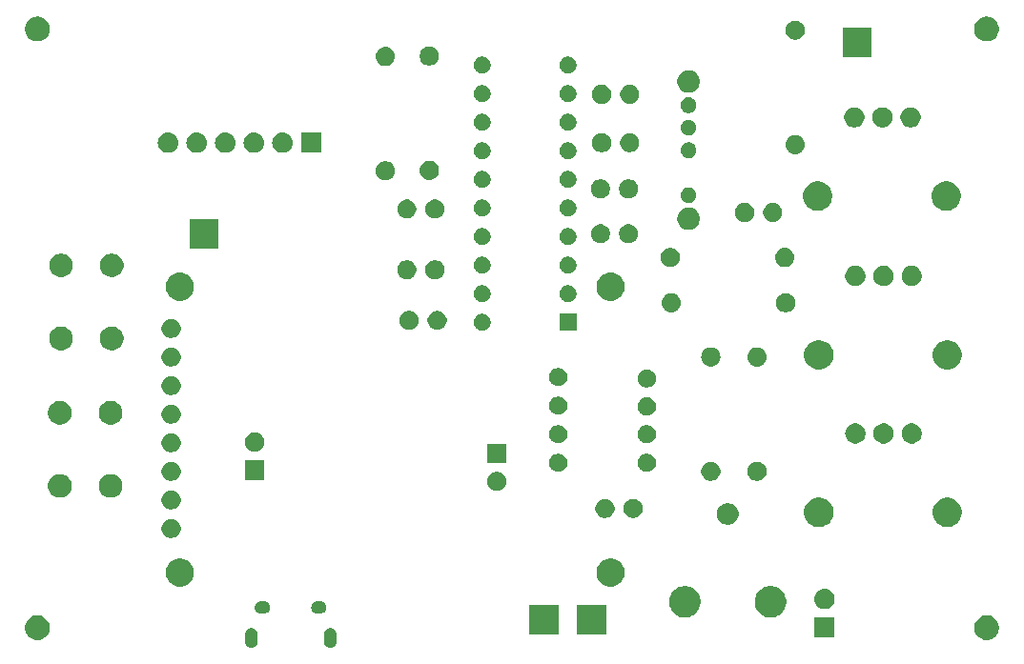
<source format=gbr>
G04 #@! TF.GenerationSoftware,KiCad,Pcbnew,(5.1.2-1)-1*
G04 #@! TF.CreationDate,2019-07-12T16:43:51-07:00*
G04 #@! TF.ProjectId,wavegenerator_v1,77617665-6765-46e6-9572-61746f725f76,rev?*
G04 #@! TF.SameCoordinates,Original*
G04 #@! TF.FileFunction,Soldermask,Bot*
G04 #@! TF.FilePolarity,Negative*
%FSLAX46Y46*%
G04 Gerber Fmt 4.6, Leading zero omitted, Abs format (unit mm)*
G04 Created by KiCad (PCBNEW (5.1.2-1)-1) date 2019-07-12 16:43:51*
%MOMM*%
%LPD*%
G04 APERTURE LIST*
%ADD10C,0.100000*%
G04 APERTURE END LIST*
D10*
G36*
X74008014Y-97631973D02*
G01*
X74111878Y-97663479D01*
X74155907Y-97687013D01*
X74207599Y-97714643D01*
X74207601Y-97714644D01*
X74207600Y-97714644D01*
X74291501Y-97783499D01*
X74360356Y-97867400D01*
X74411521Y-97963121D01*
X74443027Y-98066985D01*
X74451000Y-98147933D01*
X74451000Y-98852067D01*
X74443027Y-98933015D01*
X74411521Y-99036879D01*
X74411519Y-99036882D01*
X74360357Y-99132600D01*
X74291501Y-99216501D01*
X74207600Y-99285357D01*
X74139055Y-99321995D01*
X74111879Y-99336521D01*
X74008015Y-99368027D01*
X73900000Y-99378666D01*
X73791986Y-99368027D01*
X73688122Y-99336521D01*
X73660946Y-99321995D01*
X73592401Y-99285357D01*
X73508500Y-99216501D01*
X73439645Y-99132601D01*
X73388480Y-99036879D01*
X73356973Y-98933015D01*
X73349000Y-98852067D01*
X73349000Y-98147934D01*
X73356973Y-98066986D01*
X73388479Y-97963122D01*
X73439644Y-97867400D01*
X73508499Y-97783499D01*
X73592400Y-97714644D01*
X73592399Y-97714644D01*
X73592401Y-97714643D01*
X73644093Y-97687013D01*
X73688121Y-97663479D01*
X73791985Y-97631973D01*
X73900000Y-97621334D01*
X74008014Y-97631973D01*
X74008014Y-97631973D01*
G37*
G36*
X67008014Y-97631973D02*
G01*
X67111878Y-97663479D01*
X67155907Y-97687013D01*
X67207599Y-97714643D01*
X67207601Y-97714644D01*
X67207600Y-97714644D01*
X67291501Y-97783499D01*
X67360356Y-97867400D01*
X67411521Y-97963121D01*
X67443027Y-98066985D01*
X67451000Y-98147933D01*
X67451000Y-98852067D01*
X67443027Y-98933015D01*
X67411521Y-99036879D01*
X67411519Y-99036882D01*
X67360357Y-99132600D01*
X67291501Y-99216501D01*
X67207600Y-99285357D01*
X67139055Y-99321995D01*
X67111879Y-99336521D01*
X67008015Y-99368027D01*
X66900000Y-99378666D01*
X66791986Y-99368027D01*
X66688122Y-99336521D01*
X66660946Y-99321995D01*
X66592401Y-99285357D01*
X66508500Y-99216501D01*
X66439645Y-99132601D01*
X66388480Y-99036879D01*
X66356973Y-98933015D01*
X66349000Y-98852067D01*
X66349000Y-98147934D01*
X66356973Y-98066986D01*
X66388479Y-97963122D01*
X66439644Y-97867400D01*
X66508499Y-97783499D01*
X66592400Y-97714644D01*
X66592399Y-97714644D01*
X66592401Y-97714643D01*
X66644093Y-97687013D01*
X66688121Y-97663479D01*
X66791985Y-97631973D01*
X66900000Y-97621334D01*
X67008014Y-97631973D01*
X67008014Y-97631973D01*
G37*
G36*
X132414795Y-96520156D02*
G01*
X132521150Y-96541311D01*
X132721520Y-96624307D01*
X132901844Y-96744795D01*
X133055205Y-96898156D01*
X133175693Y-97078480D01*
X133175693Y-97078481D01*
X133258689Y-97278850D01*
X133301000Y-97491561D01*
X133301000Y-97708439D01*
X133258689Y-97921150D01*
X133217191Y-98021334D01*
X133175693Y-98121520D01*
X133055205Y-98301844D01*
X132901844Y-98455205D01*
X132721520Y-98575693D01*
X132621334Y-98617191D01*
X132521150Y-98658689D01*
X132414794Y-98679845D01*
X132308440Y-98701000D01*
X132091560Y-98701000D01*
X131985206Y-98679845D01*
X131878850Y-98658689D01*
X131678480Y-98575693D01*
X131498156Y-98455205D01*
X131344795Y-98301844D01*
X131224307Y-98121520D01*
X131182809Y-98021334D01*
X131141311Y-97921150D01*
X131099000Y-97708439D01*
X131099000Y-97491561D01*
X131141311Y-97278850D01*
X131224307Y-97078481D01*
X131224307Y-97078480D01*
X131344795Y-96898156D01*
X131498156Y-96744795D01*
X131678480Y-96624307D01*
X131878850Y-96541311D01*
X131985205Y-96520156D01*
X132091560Y-96499000D01*
X132308440Y-96499000D01*
X132414795Y-96520156D01*
X132414795Y-96520156D01*
G37*
G36*
X48114795Y-96520156D02*
G01*
X48221150Y-96541311D01*
X48421520Y-96624307D01*
X48601844Y-96744795D01*
X48755205Y-96898156D01*
X48875693Y-97078480D01*
X48875693Y-97078481D01*
X48958689Y-97278850D01*
X49001000Y-97491561D01*
X49001000Y-97708439D01*
X48958689Y-97921150D01*
X48917191Y-98021334D01*
X48875693Y-98121520D01*
X48755205Y-98301844D01*
X48601844Y-98455205D01*
X48421520Y-98575693D01*
X48321334Y-98617191D01*
X48221150Y-98658689D01*
X48114794Y-98679845D01*
X48008440Y-98701000D01*
X47791560Y-98701000D01*
X47685206Y-98679845D01*
X47578850Y-98658689D01*
X47378480Y-98575693D01*
X47198156Y-98455205D01*
X47044795Y-98301844D01*
X46924307Y-98121520D01*
X46882809Y-98021334D01*
X46841311Y-97921150D01*
X46799000Y-97708439D01*
X46799000Y-97491561D01*
X46841311Y-97278850D01*
X46924307Y-97078481D01*
X46924307Y-97078480D01*
X47044795Y-96898156D01*
X47198156Y-96744795D01*
X47378480Y-96624307D01*
X47578850Y-96541311D01*
X47685205Y-96520156D01*
X47791560Y-96499000D01*
X48008440Y-96499000D01*
X48114795Y-96520156D01*
X48114795Y-96520156D01*
G37*
G36*
X118701000Y-98501000D02*
G01*
X116899000Y-98501000D01*
X116899000Y-96699000D01*
X118701000Y-96699000D01*
X118701000Y-98501000D01*
X118701000Y-98501000D01*
G37*
G36*
X98401000Y-98201000D02*
G01*
X95799000Y-98201000D01*
X95799000Y-95599000D01*
X98401000Y-95599000D01*
X98401000Y-98201000D01*
X98401000Y-98201000D01*
G37*
G36*
X94201000Y-98201000D02*
G01*
X91599000Y-98201000D01*
X91599000Y-95599000D01*
X94201000Y-95599000D01*
X94201000Y-98201000D01*
X94201000Y-98201000D01*
G37*
G36*
X113318433Y-93934893D02*
G01*
X113408657Y-93952839D01*
X113514267Y-93996585D01*
X113663621Y-94058449D01*
X113663622Y-94058450D01*
X113893086Y-94211772D01*
X114088228Y-94406914D01*
X114096847Y-94419814D01*
X114241551Y-94636379D01*
X114303415Y-94785733D01*
X114343861Y-94883375D01*
X114347161Y-94891344D01*
X114401000Y-95162012D01*
X114401000Y-95437988D01*
X114347161Y-95708656D01*
X114241551Y-95963621D01*
X114241550Y-95963622D01*
X114088228Y-96193086D01*
X113893086Y-96388228D01*
X113739763Y-96490675D01*
X113663621Y-96541551D01*
X113514267Y-96603415D01*
X113408657Y-96647161D01*
X113318433Y-96665107D01*
X113137988Y-96701000D01*
X112862012Y-96701000D01*
X112681567Y-96665107D01*
X112591343Y-96647161D01*
X112485733Y-96603415D01*
X112336379Y-96541551D01*
X112260237Y-96490675D01*
X112106914Y-96388228D01*
X111911772Y-96193086D01*
X111758450Y-95963622D01*
X111758449Y-95963621D01*
X111652839Y-95708656D01*
X111599000Y-95437988D01*
X111599000Y-95162012D01*
X111652839Y-94891344D01*
X111656140Y-94883375D01*
X111696585Y-94785733D01*
X111758449Y-94636379D01*
X111903153Y-94419814D01*
X111911772Y-94406914D01*
X112106914Y-94211772D01*
X112336378Y-94058450D01*
X112336379Y-94058449D01*
X112485733Y-93996585D01*
X112591343Y-93952839D01*
X112681567Y-93934893D01*
X112862012Y-93899000D01*
X113137988Y-93899000D01*
X113318433Y-93934893D01*
X113318433Y-93934893D01*
G37*
G36*
X105718433Y-93934893D02*
G01*
X105808657Y-93952839D01*
X105914267Y-93996585D01*
X106063621Y-94058449D01*
X106063622Y-94058450D01*
X106293086Y-94211772D01*
X106488228Y-94406914D01*
X106496847Y-94419814D01*
X106641551Y-94636379D01*
X106703415Y-94785733D01*
X106743861Y-94883375D01*
X106747161Y-94891344D01*
X106801000Y-95162012D01*
X106801000Y-95437988D01*
X106747161Y-95708656D01*
X106641551Y-95963621D01*
X106641550Y-95963622D01*
X106488228Y-96193086D01*
X106293086Y-96388228D01*
X106139763Y-96490675D01*
X106063621Y-96541551D01*
X105914267Y-96603415D01*
X105808657Y-96647161D01*
X105718433Y-96665107D01*
X105537988Y-96701000D01*
X105262012Y-96701000D01*
X105081567Y-96665107D01*
X104991343Y-96647161D01*
X104885733Y-96603415D01*
X104736379Y-96541551D01*
X104660237Y-96490675D01*
X104506914Y-96388228D01*
X104311772Y-96193086D01*
X104158450Y-95963622D01*
X104158449Y-95963621D01*
X104052839Y-95708656D01*
X103999000Y-95437988D01*
X103999000Y-95162012D01*
X104052839Y-94891344D01*
X104056140Y-94883375D01*
X104096585Y-94785733D01*
X104158449Y-94636379D01*
X104303153Y-94419814D01*
X104311772Y-94406914D01*
X104506914Y-94211772D01*
X104736378Y-94058450D01*
X104736379Y-94058449D01*
X104885733Y-93996585D01*
X104991343Y-93952839D01*
X105081567Y-93934893D01*
X105262012Y-93899000D01*
X105537988Y-93899000D01*
X105718433Y-93934893D01*
X105718433Y-93934893D01*
G37*
G36*
X73153114Y-95281611D02*
G01*
X73252265Y-95311688D01*
X73343644Y-95360531D01*
X73423738Y-95426262D01*
X73489469Y-95506356D01*
X73538312Y-95597735D01*
X73568389Y-95696886D01*
X73578545Y-95800000D01*
X73568389Y-95903114D01*
X73538312Y-96002265D01*
X73489469Y-96093644D01*
X73423738Y-96173738D01*
X73343644Y-96239469D01*
X73252265Y-96288312D01*
X73153114Y-96318389D01*
X73075839Y-96326000D01*
X72724161Y-96326000D01*
X72646886Y-96318389D01*
X72547735Y-96288312D01*
X72456356Y-96239469D01*
X72376262Y-96173738D01*
X72310531Y-96093644D01*
X72261688Y-96002265D01*
X72231611Y-95903114D01*
X72221455Y-95800000D01*
X72231611Y-95696886D01*
X72261688Y-95597735D01*
X72310531Y-95506356D01*
X72376262Y-95426262D01*
X72456356Y-95360531D01*
X72547735Y-95311688D01*
X72646886Y-95281611D01*
X72724161Y-95274000D01*
X73075839Y-95274000D01*
X73153114Y-95281611D01*
X73153114Y-95281611D01*
G37*
G36*
X68153114Y-95281611D02*
G01*
X68252265Y-95311688D01*
X68343644Y-95360531D01*
X68423738Y-95426262D01*
X68489469Y-95506356D01*
X68538312Y-95597735D01*
X68568389Y-95696886D01*
X68578545Y-95800000D01*
X68568389Y-95903114D01*
X68538312Y-96002265D01*
X68489469Y-96093644D01*
X68423738Y-96173738D01*
X68343644Y-96239469D01*
X68252265Y-96288312D01*
X68153114Y-96318389D01*
X68075839Y-96326000D01*
X67724161Y-96326000D01*
X67646886Y-96318389D01*
X67547735Y-96288312D01*
X67456356Y-96239469D01*
X67376262Y-96173738D01*
X67310531Y-96093644D01*
X67261688Y-96002265D01*
X67231611Y-95903114D01*
X67221455Y-95800000D01*
X67231611Y-95696886D01*
X67261688Y-95597735D01*
X67310531Y-95506356D01*
X67376262Y-95426262D01*
X67456356Y-95360531D01*
X67547735Y-95311688D01*
X67646886Y-95281611D01*
X67724161Y-95274000D01*
X68075839Y-95274000D01*
X68153114Y-95281611D01*
X68153114Y-95281611D01*
G37*
G36*
X117910442Y-94165518D02*
G01*
X117976627Y-94172037D01*
X118146466Y-94223557D01*
X118302991Y-94307222D01*
X118338729Y-94336552D01*
X118440186Y-94419814D01*
X118523448Y-94521271D01*
X118552778Y-94557009D01*
X118636443Y-94713534D01*
X118687963Y-94883373D01*
X118705359Y-95060000D01*
X118687963Y-95236627D01*
X118636443Y-95406466D01*
X118552778Y-95562991D01*
X118524265Y-95597734D01*
X118440186Y-95700186D01*
X118338729Y-95783448D01*
X118302991Y-95812778D01*
X118146466Y-95896443D01*
X117976627Y-95947963D01*
X117910443Y-95954481D01*
X117844260Y-95961000D01*
X117755740Y-95961000D01*
X117689558Y-95954482D01*
X117623373Y-95947963D01*
X117453534Y-95896443D01*
X117297009Y-95812778D01*
X117261271Y-95783448D01*
X117159814Y-95700186D01*
X117075735Y-95597734D01*
X117047222Y-95562991D01*
X116963557Y-95406466D01*
X116912037Y-95236627D01*
X116894641Y-95060000D01*
X116912037Y-94883373D01*
X116963557Y-94713534D01*
X117047222Y-94557009D01*
X117076552Y-94521271D01*
X117159814Y-94419814D01*
X117261271Y-94336552D01*
X117297009Y-94307222D01*
X117453534Y-94223557D01*
X117623373Y-94172037D01*
X117689558Y-94165518D01*
X117755740Y-94159000D01*
X117844260Y-94159000D01*
X117910442Y-94165518D01*
X117910442Y-94165518D01*
G37*
G36*
X60924903Y-91497075D02*
G01*
X61152571Y-91591378D01*
X61357466Y-91728285D01*
X61531715Y-91902534D01*
X61668622Y-92107429D01*
X61762925Y-92335097D01*
X61811000Y-92576787D01*
X61811000Y-92823213D01*
X61762925Y-93064903D01*
X61668622Y-93292571D01*
X61531715Y-93497466D01*
X61357466Y-93671715D01*
X61152571Y-93808622D01*
X61152570Y-93808623D01*
X61152569Y-93808623D01*
X60924903Y-93902925D01*
X60683214Y-93951000D01*
X60436786Y-93951000D01*
X60195097Y-93902925D01*
X59967431Y-93808623D01*
X59967430Y-93808623D01*
X59967429Y-93808622D01*
X59762534Y-93671715D01*
X59588285Y-93497466D01*
X59451378Y-93292571D01*
X59357075Y-93064903D01*
X59309000Y-92823213D01*
X59309000Y-92576787D01*
X59357075Y-92335097D01*
X59451378Y-92107429D01*
X59588285Y-91902534D01*
X59762534Y-91728285D01*
X59967429Y-91591378D01*
X60195097Y-91497075D01*
X60436786Y-91449000D01*
X60683214Y-91449000D01*
X60924903Y-91497075D01*
X60924903Y-91497075D01*
G37*
G36*
X99164903Y-91497075D02*
G01*
X99392571Y-91591378D01*
X99597466Y-91728285D01*
X99771715Y-91902534D01*
X99908622Y-92107429D01*
X100002925Y-92335097D01*
X100051000Y-92576787D01*
X100051000Y-92823213D01*
X100002925Y-93064903D01*
X99908622Y-93292571D01*
X99771715Y-93497466D01*
X99597466Y-93671715D01*
X99392571Y-93808622D01*
X99392570Y-93808623D01*
X99392569Y-93808623D01*
X99164903Y-93902925D01*
X98923214Y-93951000D01*
X98676786Y-93951000D01*
X98435097Y-93902925D01*
X98207431Y-93808623D01*
X98207430Y-93808623D01*
X98207429Y-93808622D01*
X98002534Y-93671715D01*
X97828285Y-93497466D01*
X97691378Y-93292571D01*
X97597075Y-93064903D01*
X97549000Y-92823213D01*
X97549000Y-92576787D01*
X97597075Y-92335097D01*
X97691378Y-92107429D01*
X97828285Y-91902534D01*
X98002534Y-91728285D01*
X98207429Y-91591378D01*
X98435097Y-91497075D01*
X98676786Y-91449000D01*
X98923214Y-91449000D01*
X99164903Y-91497075D01*
X99164903Y-91497075D01*
G37*
G36*
X60028228Y-87971703D02*
G01*
X60183100Y-88035853D01*
X60322481Y-88128985D01*
X60441015Y-88247519D01*
X60534147Y-88386900D01*
X60598297Y-88541772D01*
X60631000Y-88706184D01*
X60631000Y-88873816D01*
X60598297Y-89038228D01*
X60534147Y-89193100D01*
X60441015Y-89332481D01*
X60322481Y-89451015D01*
X60183100Y-89544147D01*
X60028228Y-89608297D01*
X59863816Y-89641000D01*
X59696184Y-89641000D01*
X59531772Y-89608297D01*
X59376900Y-89544147D01*
X59237519Y-89451015D01*
X59118985Y-89332481D01*
X59025853Y-89193100D01*
X58961703Y-89038228D01*
X58929000Y-88873816D01*
X58929000Y-88706184D01*
X58961703Y-88541772D01*
X59025853Y-88386900D01*
X59118985Y-88247519D01*
X59237519Y-88128985D01*
X59376900Y-88035853D01*
X59531772Y-87971703D01*
X59696184Y-87939000D01*
X59863816Y-87939000D01*
X60028228Y-87971703D01*
X60028228Y-87971703D01*
G37*
G36*
X117679487Y-86098996D02*
G01*
X117916253Y-86197068D01*
X117916255Y-86197069D01*
X118129339Y-86339447D01*
X118310553Y-86520661D01*
X118394703Y-86646600D01*
X118452932Y-86733747D01*
X118551004Y-86970513D01*
X118601000Y-87221861D01*
X118601000Y-87478139D01*
X118551004Y-87729487D01*
X118457116Y-87956151D01*
X118452931Y-87966255D01*
X118310553Y-88179339D01*
X118129339Y-88360553D01*
X117916255Y-88502931D01*
X117916254Y-88502932D01*
X117916253Y-88502932D01*
X117679487Y-88601004D01*
X117428139Y-88651000D01*
X117171861Y-88651000D01*
X116920513Y-88601004D01*
X116683747Y-88502932D01*
X116683746Y-88502932D01*
X116683745Y-88502931D01*
X116470661Y-88360553D01*
X116289447Y-88179339D01*
X116147069Y-87966255D01*
X116142884Y-87956151D01*
X116048996Y-87729487D01*
X115999000Y-87478139D01*
X115999000Y-87221861D01*
X116048996Y-86970513D01*
X116147068Y-86733747D01*
X116205298Y-86646600D01*
X116289447Y-86520661D01*
X116470661Y-86339447D01*
X116683745Y-86197069D01*
X116683747Y-86197068D01*
X116920513Y-86098996D01*
X117171861Y-86049000D01*
X117428139Y-86049000D01*
X117679487Y-86098996D01*
X117679487Y-86098996D01*
G37*
G36*
X129079487Y-86098996D02*
G01*
X129316253Y-86197068D01*
X129316255Y-86197069D01*
X129529339Y-86339447D01*
X129710553Y-86520661D01*
X129794703Y-86646600D01*
X129852932Y-86733747D01*
X129951004Y-86970513D01*
X130001000Y-87221861D01*
X130001000Y-87478139D01*
X129951004Y-87729487D01*
X129857116Y-87956151D01*
X129852931Y-87966255D01*
X129710553Y-88179339D01*
X129529339Y-88360553D01*
X129316255Y-88502931D01*
X129316254Y-88502932D01*
X129316253Y-88502932D01*
X129079487Y-88601004D01*
X128828139Y-88651000D01*
X128571861Y-88651000D01*
X128320513Y-88601004D01*
X128083747Y-88502932D01*
X128083746Y-88502932D01*
X128083745Y-88502931D01*
X127870661Y-88360553D01*
X127689447Y-88179339D01*
X127547069Y-87966255D01*
X127542884Y-87956151D01*
X127448996Y-87729487D01*
X127399000Y-87478139D01*
X127399000Y-87221861D01*
X127448996Y-86970513D01*
X127547068Y-86733747D01*
X127605298Y-86646600D01*
X127689447Y-86520661D01*
X127870661Y-86339447D01*
X128083745Y-86197069D01*
X128083747Y-86197068D01*
X128320513Y-86098996D01*
X128571861Y-86049000D01*
X128828139Y-86049000D01*
X129079487Y-86098996D01*
X129079487Y-86098996D01*
G37*
G36*
X109480897Y-86574007D02*
G01*
X109656152Y-86646600D01*
X109813877Y-86751989D01*
X109948011Y-86886123D01*
X110053400Y-87043848D01*
X110125993Y-87219103D01*
X110163000Y-87405153D01*
X110163000Y-87594847D01*
X110125993Y-87780897D01*
X110053400Y-87956152D01*
X109948011Y-88113877D01*
X109813877Y-88248011D01*
X109656152Y-88353400D01*
X109480897Y-88425993D01*
X109294847Y-88463000D01*
X109105153Y-88463000D01*
X108919103Y-88425993D01*
X108743848Y-88353400D01*
X108586123Y-88248011D01*
X108451989Y-88113877D01*
X108346600Y-87956152D01*
X108274007Y-87780897D01*
X108237000Y-87594847D01*
X108237000Y-87405153D01*
X108274007Y-87219103D01*
X108346600Y-87043848D01*
X108451989Y-86886123D01*
X108586123Y-86751989D01*
X108743848Y-86646600D01*
X108919103Y-86574007D01*
X109105153Y-86537000D01*
X109294847Y-86537000D01*
X109480897Y-86574007D01*
X109480897Y-86574007D01*
G37*
G36*
X98548228Y-86181703D02*
G01*
X98703100Y-86245853D01*
X98842481Y-86338985D01*
X98961015Y-86457519D01*
X99054147Y-86596900D01*
X99118297Y-86751772D01*
X99151000Y-86916184D01*
X99151000Y-87083816D01*
X99118297Y-87248228D01*
X99054147Y-87403100D01*
X98961015Y-87542481D01*
X98842481Y-87661015D01*
X98703100Y-87754147D01*
X98548228Y-87818297D01*
X98383816Y-87851000D01*
X98216184Y-87851000D01*
X98051772Y-87818297D01*
X97896900Y-87754147D01*
X97757519Y-87661015D01*
X97638985Y-87542481D01*
X97545853Y-87403100D01*
X97481703Y-87248228D01*
X97449000Y-87083816D01*
X97449000Y-86916184D01*
X97481703Y-86751772D01*
X97545853Y-86596900D01*
X97638985Y-86457519D01*
X97757519Y-86338985D01*
X97896900Y-86245853D01*
X98051772Y-86181703D01*
X98216184Y-86149000D01*
X98383816Y-86149000D01*
X98548228Y-86181703D01*
X98548228Y-86181703D01*
G37*
G36*
X101048228Y-86181703D02*
G01*
X101203100Y-86245853D01*
X101342481Y-86338985D01*
X101461015Y-86457519D01*
X101554147Y-86596900D01*
X101618297Y-86751772D01*
X101651000Y-86916184D01*
X101651000Y-87083816D01*
X101618297Y-87248228D01*
X101554147Y-87403100D01*
X101461015Y-87542481D01*
X101342481Y-87661015D01*
X101203100Y-87754147D01*
X101048228Y-87818297D01*
X100883816Y-87851000D01*
X100716184Y-87851000D01*
X100551772Y-87818297D01*
X100396900Y-87754147D01*
X100257519Y-87661015D01*
X100138985Y-87542481D01*
X100045853Y-87403100D01*
X99981703Y-87248228D01*
X99949000Y-87083816D01*
X99949000Y-86916184D01*
X99981703Y-86751772D01*
X100045853Y-86596900D01*
X100138985Y-86457519D01*
X100257519Y-86338985D01*
X100396900Y-86245853D01*
X100551772Y-86181703D01*
X100716184Y-86149000D01*
X100883816Y-86149000D01*
X101048228Y-86181703D01*
X101048228Y-86181703D01*
G37*
G36*
X60028228Y-85431703D02*
G01*
X60183100Y-85495853D01*
X60322481Y-85588985D01*
X60441015Y-85707519D01*
X60534147Y-85846900D01*
X60598297Y-86001772D01*
X60631000Y-86166184D01*
X60631000Y-86333816D01*
X60598297Y-86498228D01*
X60534147Y-86653100D01*
X60441015Y-86792481D01*
X60322481Y-86911015D01*
X60183100Y-87004147D01*
X60028228Y-87068297D01*
X59863816Y-87101000D01*
X59696184Y-87101000D01*
X59531772Y-87068297D01*
X59376900Y-87004147D01*
X59237519Y-86911015D01*
X59118985Y-86792481D01*
X59025853Y-86653100D01*
X58961703Y-86498228D01*
X58929000Y-86333816D01*
X58929000Y-86166184D01*
X58961703Y-86001772D01*
X59025853Y-85846900D01*
X59118985Y-85707519D01*
X59237519Y-85588985D01*
X59376900Y-85495853D01*
X59531772Y-85431703D01*
X59696184Y-85399000D01*
X59863816Y-85399000D01*
X60028228Y-85431703D01*
X60028228Y-85431703D01*
G37*
G36*
X54706564Y-83989389D02*
G01*
X54871047Y-84057520D01*
X54897835Y-84068616D01*
X55069973Y-84183635D01*
X55216365Y-84330027D01*
X55297197Y-84451000D01*
X55331385Y-84502167D01*
X55410611Y-84693436D01*
X55451000Y-84896484D01*
X55451000Y-85103516D01*
X55410611Y-85306564D01*
X55332205Y-85495853D01*
X55331384Y-85497835D01*
X55216365Y-85669973D01*
X55069973Y-85816365D01*
X54897835Y-85931384D01*
X54897834Y-85931385D01*
X54897833Y-85931385D01*
X54706564Y-86010611D01*
X54503516Y-86051000D01*
X54296484Y-86051000D01*
X54093436Y-86010611D01*
X53902167Y-85931385D01*
X53902166Y-85931385D01*
X53902165Y-85931384D01*
X53730027Y-85816365D01*
X53583635Y-85669973D01*
X53468616Y-85497835D01*
X53467795Y-85495853D01*
X53389389Y-85306564D01*
X53349000Y-85103516D01*
X53349000Y-84896484D01*
X53389389Y-84693436D01*
X53468615Y-84502167D01*
X53502804Y-84451000D01*
X53583635Y-84330027D01*
X53730027Y-84183635D01*
X53902165Y-84068616D01*
X53928953Y-84057520D01*
X54093436Y-83989389D01*
X54296484Y-83949000D01*
X54503516Y-83949000D01*
X54706564Y-83989389D01*
X54706564Y-83989389D01*
G37*
G36*
X50206564Y-83989389D02*
G01*
X50371047Y-84057520D01*
X50397835Y-84068616D01*
X50569973Y-84183635D01*
X50716365Y-84330027D01*
X50797197Y-84451000D01*
X50831385Y-84502167D01*
X50910611Y-84693436D01*
X50951000Y-84896484D01*
X50951000Y-85103516D01*
X50910611Y-85306564D01*
X50832205Y-85495853D01*
X50831384Y-85497835D01*
X50716365Y-85669973D01*
X50569973Y-85816365D01*
X50397835Y-85931384D01*
X50397834Y-85931385D01*
X50397833Y-85931385D01*
X50206564Y-86010611D01*
X50003516Y-86051000D01*
X49796484Y-86051000D01*
X49593436Y-86010611D01*
X49402167Y-85931385D01*
X49402166Y-85931385D01*
X49402165Y-85931384D01*
X49230027Y-85816365D01*
X49083635Y-85669973D01*
X48968616Y-85497835D01*
X48967795Y-85495853D01*
X48889389Y-85306564D01*
X48849000Y-85103516D01*
X48849000Y-84896484D01*
X48889389Y-84693436D01*
X48968615Y-84502167D01*
X49002804Y-84451000D01*
X49083635Y-84330027D01*
X49230027Y-84183635D01*
X49402165Y-84068616D01*
X49428953Y-84057520D01*
X49593436Y-83989389D01*
X49796484Y-83949000D01*
X50003516Y-83949000D01*
X50206564Y-83989389D01*
X50206564Y-83989389D01*
G37*
G36*
X88948228Y-83781703D02*
G01*
X89103100Y-83845853D01*
X89242481Y-83938985D01*
X89361015Y-84057519D01*
X89454147Y-84196900D01*
X89518297Y-84351772D01*
X89551000Y-84516184D01*
X89551000Y-84683816D01*
X89518297Y-84848228D01*
X89454147Y-85003100D01*
X89361015Y-85142481D01*
X89242481Y-85261015D01*
X89103100Y-85354147D01*
X88948228Y-85418297D01*
X88783816Y-85451000D01*
X88616184Y-85451000D01*
X88451772Y-85418297D01*
X88296900Y-85354147D01*
X88157519Y-85261015D01*
X88038985Y-85142481D01*
X87945853Y-85003100D01*
X87881703Y-84848228D01*
X87849000Y-84683816D01*
X87849000Y-84516184D01*
X87881703Y-84351772D01*
X87945853Y-84196900D01*
X88038985Y-84057519D01*
X88157519Y-83938985D01*
X88296900Y-83845853D01*
X88451772Y-83781703D01*
X88616184Y-83749000D01*
X88783816Y-83749000D01*
X88948228Y-83781703D01*
X88948228Y-83781703D01*
G37*
G36*
X60028228Y-82891703D02*
G01*
X60183100Y-82955853D01*
X60322481Y-83048985D01*
X60441015Y-83167519D01*
X60534147Y-83306900D01*
X60598297Y-83461772D01*
X60631000Y-83626184D01*
X60631000Y-83793816D01*
X60598297Y-83958228D01*
X60534147Y-84113100D01*
X60441015Y-84252481D01*
X60322481Y-84371015D01*
X60183100Y-84464147D01*
X60028228Y-84528297D01*
X59863816Y-84561000D01*
X59696184Y-84561000D01*
X59531772Y-84528297D01*
X59376900Y-84464147D01*
X59237519Y-84371015D01*
X59118985Y-84252481D01*
X59025853Y-84113100D01*
X58961703Y-83958228D01*
X58929000Y-83793816D01*
X58929000Y-83626184D01*
X58961703Y-83461772D01*
X59025853Y-83306900D01*
X59118985Y-83167519D01*
X59237519Y-83048985D01*
X59376900Y-82955853D01*
X59531772Y-82891703D01*
X59696184Y-82859000D01*
X59863816Y-82859000D01*
X60028228Y-82891703D01*
X60028228Y-82891703D01*
G37*
G36*
X112048228Y-82881703D02*
G01*
X112203100Y-82945853D01*
X112342481Y-83038985D01*
X112461015Y-83157519D01*
X112554147Y-83296900D01*
X112618297Y-83451772D01*
X112651000Y-83616184D01*
X112651000Y-83783816D01*
X112618297Y-83948228D01*
X112554147Y-84103100D01*
X112461015Y-84242481D01*
X112342481Y-84361015D01*
X112203100Y-84454147D01*
X112048228Y-84518297D01*
X111883816Y-84551000D01*
X111716184Y-84551000D01*
X111551772Y-84518297D01*
X111396900Y-84454147D01*
X111257519Y-84361015D01*
X111138985Y-84242481D01*
X111045853Y-84103100D01*
X110981703Y-83948228D01*
X110949000Y-83783816D01*
X110949000Y-83616184D01*
X110981703Y-83451772D01*
X111045853Y-83296900D01*
X111138985Y-83157519D01*
X111257519Y-83038985D01*
X111396900Y-82945853D01*
X111551772Y-82881703D01*
X111716184Y-82849000D01*
X111883816Y-82849000D01*
X112048228Y-82881703D01*
X112048228Y-82881703D01*
G37*
G36*
X107948228Y-82881703D02*
G01*
X108103100Y-82945853D01*
X108242481Y-83038985D01*
X108361015Y-83157519D01*
X108454147Y-83296900D01*
X108518297Y-83451772D01*
X108551000Y-83616184D01*
X108551000Y-83783816D01*
X108518297Y-83948228D01*
X108454147Y-84103100D01*
X108361015Y-84242481D01*
X108242481Y-84361015D01*
X108103100Y-84454147D01*
X107948228Y-84518297D01*
X107783816Y-84551000D01*
X107616184Y-84551000D01*
X107451772Y-84518297D01*
X107296900Y-84454147D01*
X107157519Y-84361015D01*
X107038985Y-84242481D01*
X106945853Y-84103100D01*
X106881703Y-83948228D01*
X106849000Y-83783816D01*
X106849000Y-83616184D01*
X106881703Y-83451772D01*
X106945853Y-83296900D01*
X107038985Y-83157519D01*
X107157519Y-83038985D01*
X107296900Y-82945853D01*
X107451772Y-82881703D01*
X107616184Y-82849000D01*
X107783816Y-82849000D01*
X107948228Y-82881703D01*
X107948228Y-82881703D01*
G37*
G36*
X68051000Y-84451000D02*
G01*
X66349000Y-84451000D01*
X66349000Y-82749000D01*
X68051000Y-82749000D01*
X68051000Y-84451000D01*
X68051000Y-84451000D01*
G37*
G36*
X102247142Y-82168242D02*
G01*
X102395101Y-82229529D01*
X102528255Y-82318499D01*
X102641501Y-82431745D01*
X102730471Y-82564899D01*
X102791758Y-82712858D01*
X102823000Y-82869925D01*
X102823000Y-83030075D01*
X102791758Y-83187142D01*
X102730471Y-83335101D01*
X102641501Y-83468255D01*
X102528255Y-83581501D01*
X102395101Y-83670471D01*
X102247142Y-83731758D01*
X102090075Y-83763000D01*
X101929925Y-83763000D01*
X101772858Y-83731758D01*
X101624899Y-83670471D01*
X101491745Y-83581501D01*
X101378499Y-83468255D01*
X101289529Y-83335101D01*
X101228242Y-83187142D01*
X101197000Y-83030075D01*
X101197000Y-82869925D01*
X101228242Y-82712858D01*
X101289529Y-82564899D01*
X101378499Y-82431745D01*
X101491745Y-82318499D01*
X101624899Y-82229529D01*
X101772858Y-82168242D01*
X101929925Y-82137000D01*
X102090075Y-82137000D01*
X102247142Y-82168242D01*
X102247142Y-82168242D01*
G37*
G36*
X94377142Y-82168242D02*
G01*
X94525101Y-82229529D01*
X94658255Y-82318499D01*
X94771501Y-82431745D01*
X94860471Y-82564899D01*
X94921758Y-82712858D01*
X94953000Y-82869925D01*
X94953000Y-83030075D01*
X94921758Y-83187142D01*
X94860471Y-83335101D01*
X94771501Y-83468255D01*
X94658255Y-83581501D01*
X94525101Y-83670471D01*
X94377142Y-83731758D01*
X94220075Y-83763000D01*
X94059925Y-83763000D01*
X93902858Y-83731758D01*
X93754899Y-83670471D01*
X93621745Y-83581501D01*
X93508499Y-83468255D01*
X93419529Y-83335101D01*
X93358242Y-83187142D01*
X93327000Y-83030075D01*
X93327000Y-82869925D01*
X93358242Y-82712858D01*
X93419529Y-82564899D01*
X93508499Y-82431745D01*
X93621745Y-82318499D01*
X93754899Y-82229529D01*
X93902858Y-82168242D01*
X94059925Y-82137000D01*
X94220075Y-82137000D01*
X94377142Y-82168242D01*
X94377142Y-82168242D01*
G37*
G36*
X89551000Y-82951000D02*
G01*
X87849000Y-82951000D01*
X87849000Y-81249000D01*
X89551000Y-81249000D01*
X89551000Y-82951000D01*
X89551000Y-82951000D01*
G37*
G36*
X60028228Y-80351703D02*
G01*
X60183100Y-80415853D01*
X60322481Y-80508985D01*
X60441015Y-80627519D01*
X60534147Y-80766900D01*
X60598297Y-80921772D01*
X60631000Y-81086184D01*
X60631000Y-81253816D01*
X60598297Y-81418228D01*
X60534147Y-81573100D01*
X60441015Y-81712481D01*
X60322481Y-81831015D01*
X60183100Y-81924147D01*
X60028228Y-81988297D01*
X59863816Y-82021000D01*
X59696184Y-82021000D01*
X59531772Y-81988297D01*
X59376900Y-81924147D01*
X59237519Y-81831015D01*
X59118985Y-81712481D01*
X59025853Y-81573100D01*
X58961703Y-81418228D01*
X58929000Y-81253816D01*
X58929000Y-81086184D01*
X58961703Y-80921772D01*
X59025853Y-80766900D01*
X59118985Y-80627519D01*
X59237519Y-80508985D01*
X59376900Y-80415853D01*
X59531772Y-80351703D01*
X59696184Y-80319000D01*
X59863816Y-80319000D01*
X60028228Y-80351703D01*
X60028228Y-80351703D01*
G37*
G36*
X67448228Y-80281703D02*
G01*
X67603100Y-80345853D01*
X67742481Y-80438985D01*
X67861015Y-80557519D01*
X67954147Y-80696900D01*
X68018297Y-80851772D01*
X68051000Y-81016184D01*
X68051000Y-81183816D01*
X68018297Y-81348228D01*
X67954147Y-81503100D01*
X67861015Y-81642481D01*
X67742481Y-81761015D01*
X67603100Y-81854147D01*
X67448228Y-81918297D01*
X67283816Y-81951000D01*
X67116184Y-81951000D01*
X66951772Y-81918297D01*
X66796900Y-81854147D01*
X66657519Y-81761015D01*
X66538985Y-81642481D01*
X66445853Y-81503100D01*
X66381703Y-81348228D01*
X66349000Y-81183816D01*
X66349000Y-81016184D01*
X66381703Y-80851772D01*
X66445853Y-80696900D01*
X66538985Y-80557519D01*
X66657519Y-80438985D01*
X66796900Y-80345853D01*
X66951772Y-80281703D01*
X67116184Y-80249000D01*
X67283816Y-80249000D01*
X67448228Y-80281703D01*
X67448228Y-80281703D01*
G37*
G36*
X123153512Y-79453927D02*
G01*
X123302812Y-79483624D01*
X123466784Y-79551544D01*
X123614354Y-79650147D01*
X123739853Y-79775646D01*
X123838456Y-79923216D01*
X123906376Y-80087188D01*
X123923416Y-80172857D01*
X123941000Y-80261258D01*
X123941000Y-80438742D01*
X123936073Y-80463512D01*
X123906376Y-80612812D01*
X123838456Y-80776784D01*
X123739853Y-80924354D01*
X123614354Y-81049853D01*
X123466784Y-81148456D01*
X123302812Y-81216376D01*
X123153512Y-81246073D01*
X123128742Y-81251000D01*
X122951258Y-81251000D01*
X122926488Y-81246073D01*
X122777188Y-81216376D01*
X122613216Y-81148456D01*
X122465646Y-81049853D01*
X122340147Y-80924354D01*
X122241544Y-80776784D01*
X122173624Y-80612812D01*
X122143927Y-80463512D01*
X122139000Y-80438742D01*
X122139000Y-80261258D01*
X122156584Y-80172857D01*
X122173624Y-80087188D01*
X122241544Y-79923216D01*
X122340147Y-79775646D01*
X122465646Y-79650147D01*
X122613216Y-79551544D01*
X122777188Y-79483624D01*
X122926488Y-79453927D01*
X122951258Y-79449000D01*
X123128742Y-79449000D01*
X123153512Y-79453927D01*
X123153512Y-79453927D01*
G37*
G36*
X120653512Y-79453927D02*
G01*
X120802812Y-79483624D01*
X120966784Y-79551544D01*
X121114354Y-79650147D01*
X121239853Y-79775646D01*
X121338456Y-79923216D01*
X121406376Y-80087188D01*
X121423416Y-80172857D01*
X121441000Y-80261258D01*
X121441000Y-80438742D01*
X121436073Y-80463512D01*
X121406376Y-80612812D01*
X121338456Y-80776784D01*
X121239853Y-80924354D01*
X121114354Y-81049853D01*
X120966784Y-81148456D01*
X120802812Y-81216376D01*
X120653512Y-81246073D01*
X120628742Y-81251000D01*
X120451258Y-81251000D01*
X120426488Y-81246073D01*
X120277188Y-81216376D01*
X120113216Y-81148456D01*
X119965646Y-81049853D01*
X119840147Y-80924354D01*
X119741544Y-80776784D01*
X119673624Y-80612812D01*
X119643927Y-80463512D01*
X119639000Y-80438742D01*
X119639000Y-80261258D01*
X119656584Y-80172857D01*
X119673624Y-80087188D01*
X119741544Y-79923216D01*
X119840147Y-79775646D01*
X119965646Y-79650147D01*
X120113216Y-79551544D01*
X120277188Y-79483624D01*
X120426488Y-79453927D01*
X120451258Y-79449000D01*
X120628742Y-79449000D01*
X120653512Y-79453927D01*
X120653512Y-79453927D01*
G37*
G36*
X125653512Y-79453927D02*
G01*
X125802812Y-79483624D01*
X125966784Y-79551544D01*
X126114354Y-79650147D01*
X126239853Y-79775646D01*
X126338456Y-79923216D01*
X126406376Y-80087188D01*
X126423416Y-80172857D01*
X126441000Y-80261258D01*
X126441000Y-80438742D01*
X126436073Y-80463512D01*
X126406376Y-80612812D01*
X126338456Y-80776784D01*
X126239853Y-80924354D01*
X126114354Y-81049853D01*
X125966784Y-81148456D01*
X125802812Y-81216376D01*
X125653512Y-81246073D01*
X125628742Y-81251000D01*
X125451258Y-81251000D01*
X125426488Y-81246073D01*
X125277188Y-81216376D01*
X125113216Y-81148456D01*
X124965646Y-81049853D01*
X124840147Y-80924354D01*
X124741544Y-80776784D01*
X124673624Y-80612812D01*
X124643927Y-80463512D01*
X124639000Y-80438742D01*
X124639000Y-80261258D01*
X124656584Y-80172857D01*
X124673624Y-80087188D01*
X124741544Y-79923216D01*
X124840147Y-79775646D01*
X124965646Y-79650147D01*
X125113216Y-79551544D01*
X125277188Y-79483624D01*
X125426488Y-79453927D01*
X125451258Y-79449000D01*
X125628742Y-79449000D01*
X125653512Y-79453927D01*
X125653512Y-79453927D01*
G37*
G36*
X102247142Y-79628242D02*
G01*
X102395101Y-79689529D01*
X102528255Y-79778499D01*
X102641501Y-79891745D01*
X102730471Y-80024899D01*
X102791758Y-80172858D01*
X102823000Y-80329925D01*
X102823000Y-80490075D01*
X102791758Y-80647142D01*
X102730471Y-80795101D01*
X102641501Y-80928255D01*
X102528255Y-81041501D01*
X102395101Y-81130471D01*
X102247142Y-81191758D01*
X102090075Y-81223000D01*
X101929925Y-81223000D01*
X101772858Y-81191758D01*
X101624899Y-81130471D01*
X101491745Y-81041501D01*
X101378499Y-80928255D01*
X101289529Y-80795101D01*
X101228242Y-80647142D01*
X101197000Y-80490075D01*
X101197000Y-80329925D01*
X101228242Y-80172858D01*
X101289529Y-80024899D01*
X101378499Y-79891745D01*
X101491745Y-79778499D01*
X101624899Y-79689529D01*
X101772858Y-79628242D01*
X101929925Y-79597000D01*
X102090075Y-79597000D01*
X102247142Y-79628242D01*
X102247142Y-79628242D01*
G37*
G36*
X94377142Y-79628242D02*
G01*
X94525101Y-79689529D01*
X94658255Y-79778499D01*
X94771501Y-79891745D01*
X94860471Y-80024899D01*
X94921758Y-80172858D01*
X94953000Y-80329925D01*
X94953000Y-80490075D01*
X94921758Y-80647142D01*
X94860471Y-80795101D01*
X94771501Y-80928255D01*
X94658255Y-81041501D01*
X94525101Y-81130471D01*
X94377142Y-81191758D01*
X94220075Y-81223000D01*
X94059925Y-81223000D01*
X93902858Y-81191758D01*
X93754899Y-81130471D01*
X93621745Y-81041501D01*
X93508499Y-80928255D01*
X93419529Y-80795101D01*
X93358242Y-80647142D01*
X93327000Y-80490075D01*
X93327000Y-80329925D01*
X93358242Y-80172858D01*
X93419529Y-80024899D01*
X93508499Y-79891745D01*
X93621745Y-79778499D01*
X93754899Y-79689529D01*
X93902858Y-79628242D01*
X94059925Y-79597000D01*
X94220075Y-79597000D01*
X94377142Y-79628242D01*
X94377142Y-79628242D01*
G37*
G36*
X54706564Y-77489389D02*
G01*
X54888864Y-77564900D01*
X54897835Y-77568616D01*
X55069973Y-77683635D01*
X55216365Y-77830027D01*
X55296579Y-77950075D01*
X55331385Y-78002167D01*
X55410611Y-78193436D01*
X55451000Y-78396484D01*
X55451000Y-78603516D01*
X55410611Y-78806564D01*
X55380926Y-78878229D01*
X55331384Y-78997835D01*
X55216365Y-79169973D01*
X55069973Y-79316365D01*
X54897835Y-79431384D01*
X54897834Y-79431385D01*
X54897833Y-79431385D01*
X54706564Y-79510611D01*
X54503516Y-79551000D01*
X54296484Y-79551000D01*
X54093436Y-79510611D01*
X53902167Y-79431385D01*
X53902166Y-79431385D01*
X53902165Y-79431384D01*
X53730027Y-79316365D01*
X53583635Y-79169973D01*
X53468616Y-78997835D01*
X53419074Y-78878229D01*
X53389389Y-78806564D01*
X53349000Y-78603516D01*
X53349000Y-78396484D01*
X53389389Y-78193436D01*
X53468615Y-78002167D01*
X53503422Y-77950075D01*
X53583635Y-77830027D01*
X53730027Y-77683635D01*
X53902165Y-77568616D01*
X53911136Y-77564900D01*
X54093436Y-77489389D01*
X54296484Y-77449000D01*
X54503516Y-77449000D01*
X54706564Y-77489389D01*
X54706564Y-77489389D01*
G37*
G36*
X50206564Y-77489389D02*
G01*
X50388864Y-77564900D01*
X50397835Y-77568616D01*
X50569973Y-77683635D01*
X50716365Y-77830027D01*
X50796579Y-77950075D01*
X50831385Y-78002167D01*
X50910611Y-78193436D01*
X50951000Y-78396484D01*
X50951000Y-78603516D01*
X50910611Y-78806564D01*
X50880926Y-78878229D01*
X50831384Y-78997835D01*
X50716365Y-79169973D01*
X50569973Y-79316365D01*
X50397835Y-79431384D01*
X50397834Y-79431385D01*
X50397833Y-79431385D01*
X50206564Y-79510611D01*
X50003516Y-79551000D01*
X49796484Y-79551000D01*
X49593436Y-79510611D01*
X49402167Y-79431385D01*
X49402166Y-79431385D01*
X49402165Y-79431384D01*
X49230027Y-79316365D01*
X49083635Y-79169973D01*
X48968616Y-78997835D01*
X48919074Y-78878229D01*
X48889389Y-78806564D01*
X48849000Y-78603516D01*
X48849000Y-78396484D01*
X48889389Y-78193436D01*
X48968615Y-78002167D01*
X49003422Y-77950075D01*
X49083635Y-77830027D01*
X49230027Y-77683635D01*
X49402165Y-77568616D01*
X49411136Y-77564900D01*
X49593436Y-77489389D01*
X49796484Y-77449000D01*
X50003516Y-77449000D01*
X50206564Y-77489389D01*
X50206564Y-77489389D01*
G37*
G36*
X60028228Y-77811703D02*
G01*
X60183100Y-77875853D01*
X60322481Y-77968985D01*
X60441015Y-78087519D01*
X60534147Y-78226900D01*
X60598297Y-78381772D01*
X60631000Y-78546184D01*
X60631000Y-78713816D01*
X60598297Y-78878228D01*
X60534147Y-79033100D01*
X60441015Y-79172481D01*
X60322481Y-79291015D01*
X60183100Y-79384147D01*
X60028228Y-79448297D01*
X59863816Y-79481000D01*
X59696184Y-79481000D01*
X59531772Y-79448297D01*
X59376900Y-79384147D01*
X59237519Y-79291015D01*
X59118985Y-79172481D01*
X59025853Y-79033100D01*
X58961703Y-78878228D01*
X58929000Y-78713816D01*
X58929000Y-78546184D01*
X58961703Y-78381772D01*
X59025853Y-78226900D01*
X59118985Y-78087519D01*
X59237519Y-77968985D01*
X59376900Y-77875853D01*
X59531772Y-77811703D01*
X59696184Y-77779000D01*
X59863816Y-77779000D01*
X60028228Y-77811703D01*
X60028228Y-77811703D01*
G37*
G36*
X102247142Y-77168242D02*
G01*
X102395101Y-77229529D01*
X102528255Y-77318499D01*
X102641501Y-77431745D01*
X102730471Y-77564899D01*
X102791758Y-77712858D01*
X102823000Y-77869925D01*
X102823000Y-78030075D01*
X102791758Y-78187142D01*
X102730471Y-78335101D01*
X102641501Y-78468255D01*
X102528255Y-78581501D01*
X102395101Y-78670471D01*
X102247142Y-78731758D01*
X102090075Y-78763000D01*
X101929925Y-78763000D01*
X101772858Y-78731758D01*
X101624899Y-78670471D01*
X101491745Y-78581501D01*
X101378499Y-78468255D01*
X101289529Y-78335101D01*
X101228242Y-78187142D01*
X101197000Y-78030075D01*
X101197000Y-77869925D01*
X101228242Y-77712858D01*
X101289529Y-77564899D01*
X101378499Y-77431745D01*
X101491745Y-77318499D01*
X101624899Y-77229529D01*
X101772858Y-77168242D01*
X101929925Y-77137000D01*
X102090075Y-77137000D01*
X102247142Y-77168242D01*
X102247142Y-77168242D01*
G37*
G36*
X94377142Y-77088242D02*
G01*
X94525101Y-77149529D01*
X94658255Y-77238499D01*
X94771501Y-77351745D01*
X94860471Y-77484899D01*
X94921758Y-77632858D01*
X94953000Y-77789925D01*
X94953000Y-77950075D01*
X94921758Y-78107142D01*
X94860471Y-78255101D01*
X94771501Y-78388255D01*
X94658255Y-78501501D01*
X94525101Y-78590471D01*
X94377142Y-78651758D01*
X94220075Y-78683000D01*
X94059925Y-78683000D01*
X93902858Y-78651758D01*
X93754899Y-78590471D01*
X93621745Y-78501501D01*
X93508499Y-78388255D01*
X93419529Y-78255101D01*
X93358242Y-78107142D01*
X93327000Y-77950075D01*
X93327000Y-77789925D01*
X93358242Y-77632858D01*
X93419529Y-77484899D01*
X93508499Y-77351745D01*
X93621745Y-77238499D01*
X93754899Y-77149529D01*
X93902858Y-77088242D01*
X94059925Y-77057000D01*
X94220075Y-77057000D01*
X94377142Y-77088242D01*
X94377142Y-77088242D01*
G37*
G36*
X60028228Y-75271703D02*
G01*
X60183100Y-75335853D01*
X60322481Y-75428985D01*
X60441015Y-75547519D01*
X60534147Y-75686900D01*
X60598297Y-75841772D01*
X60631000Y-76006184D01*
X60631000Y-76173816D01*
X60598297Y-76338228D01*
X60534147Y-76493100D01*
X60441015Y-76632481D01*
X60322481Y-76751015D01*
X60183100Y-76844147D01*
X60028228Y-76908297D01*
X59863816Y-76941000D01*
X59696184Y-76941000D01*
X59531772Y-76908297D01*
X59376900Y-76844147D01*
X59237519Y-76751015D01*
X59118985Y-76632481D01*
X59025853Y-76493100D01*
X58961703Y-76338228D01*
X58929000Y-76173816D01*
X58929000Y-76006184D01*
X58961703Y-75841772D01*
X59025853Y-75686900D01*
X59118985Y-75547519D01*
X59237519Y-75428985D01*
X59376900Y-75335853D01*
X59531772Y-75271703D01*
X59696184Y-75239000D01*
X59863816Y-75239000D01*
X60028228Y-75271703D01*
X60028228Y-75271703D01*
G37*
G36*
X102247142Y-74668242D02*
G01*
X102395101Y-74729529D01*
X102528255Y-74818499D01*
X102641501Y-74931745D01*
X102730471Y-75064899D01*
X102791758Y-75212858D01*
X102823000Y-75369925D01*
X102823000Y-75530075D01*
X102791758Y-75687142D01*
X102730471Y-75835101D01*
X102641501Y-75968255D01*
X102528255Y-76081501D01*
X102395101Y-76170471D01*
X102247142Y-76231758D01*
X102090075Y-76263000D01*
X101929925Y-76263000D01*
X101772858Y-76231758D01*
X101624899Y-76170471D01*
X101491745Y-76081501D01*
X101378499Y-75968255D01*
X101289529Y-75835101D01*
X101228242Y-75687142D01*
X101197000Y-75530075D01*
X101197000Y-75369925D01*
X101228242Y-75212858D01*
X101289529Y-75064899D01*
X101378499Y-74931745D01*
X101491745Y-74818499D01*
X101624899Y-74729529D01*
X101772858Y-74668242D01*
X101929925Y-74637000D01*
X102090075Y-74637000D01*
X102247142Y-74668242D01*
X102247142Y-74668242D01*
G37*
G36*
X94377142Y-74548242D02*
G01*
X94525101Y-74609529D01*
X94658255Y-74698499D01*
X94771501Y-74811745D01*
X94860471Y-74944899D01*
X94921758Y-75092858D01*
X94953000Y-75249925D01*
X94953000Y-75410075D01*
X94921758Y-75567142D01*
X94860471Y-75715101D01*
X94771501Y-75848255D01*
X94658255Y-75961501D01*
X94525101Y-76050471D01*
X94377142Y-76111758D01*
X94220075Y-76143000D01*
X94059925Y-76143000D01*
X93902858Y-76111758D01*
X93754899Y-76050471D01*
X93621745Y-75961501D01*
X93508499Y-75848255D01*
X93419529Y-75715101D01*
X93358242Y-75567142D01*
X93327000Y-75410075D01*
X93327000Y-75249925D01*
X93358242Y-75092858D01*
X93419529Y-74944899D01*
X93508499Y-74811745D01*
X93621745Y-74698499D01*
X93754899Y-74609529D01*
X93902858Y-74548242D01*
X94059925Y-74517000D01*
X94220075Y-74517000D01*
X94377142Y-74548242D01*
X94377142Y-74548242D01*
G37*
G36*
X129079487Y-72098996D02*
G01*
X129316253Y-72197068D01*
X129316255Y-72197069D01*
X129529339Y-72339447D01*
X129710553Y-72520661D01*
X129851567Y-72731703D01*
X129852932Y-72733747D01*
X129951004Y-72970513D01*
X130001000Y-73221861D01*
X130001000Y-73478139D01*
X129951004Y-73729487D01*
X129858381Y-73953097D01*
X129852931Y-73966255D01*
X129710553Y-74179339D01*
X129529339Y-74360553D01*
X129316255Y-74502931D01*
X129316254Y-74502932D01*
X129316253Y-74502932D01*
X129079487Y-74601004D01*
X128828139Y-74651000D01*
X128571861Y-74651000D01*
X128320513Y-74601004D01*
X128083747Y-74502932D01*
X128083746Y-74502932D01*
X128083745Y-74502931D01*
X127870661Y-74360553D01*
X127689447Y-74179339D01*
X127547069Y-73966255D01*
X127541619Y-73953097D01*
X127448996Y-73729487D01*
X127399000Y-73478139D01*
X127399000Y-73221861D01*
X127448996Y-72970513D01*
X127547068Y-72733747D01*
X127548434Y-72731703D01*
X127689447Y-72520661D01*
X127870661Y-72339447D01*
X128083745Y-72197069D01*
X128083747Y-72197068D01*
X128320513Y-72098996D01*
X128571861Y-72049000D01*
X128828139Y-72049000D01*
X129079487Y-72098996D01*
X129079487Y-72098996D01*
G37*
G36*
X117679487Y-72098996D02*
G01*
X117916253Y-72197068D01*
X117916255Y-72197069D01*
X118129339Y-72339447D01*
X118310553Y-72520661D01*
X118451567Y-72731703D01*
X118452932Y-72733747D01*
X118551004Y-72970513D01*
X118601000Y-73221861D01*
X118601000Y-73478139D01*
X118551004Y-73729487D01*
X118458381Y-73953097D01*
X118452931Y-73966255D01*
X118310553Y-74179339D01*
X118129339Y-74360553D01*
X117916255Y-74502931D01*
X117916254Y-74502932D01*
X117916253Y-74502932D01*
X117679487Y-74601004D01*
X117428139Y-74651000D01*
X117171861Y-74651000D01*
X116920513Y-74601004D01*
X116683747Y-74502932D01*
X116683746Y-74502932D01*
X116683745Y-74502931D01*
X116470661Y-74360553D01*
X116289447Y-74179339D01*
X116147069Y-73966255D01*
X116141619Y-73953097D01*
X116048996Y-73729487D01*
X115999000Y-73478139D01*
X115999000Y-73221861D01*
X116048996Y-72970513D01*
X116147068Y-72733747D01*
X116148434Y-72731703D01*
X116289447Y-72520661D01*
X116470661Y-72339447D01*
X116683745Y-72197069D01*
X116683747Y-72197068D01*
X116920513Y-72098996D01*
X117171861Y-72049000D01*
X117428139Y-72049000D01*
X117679487Y-72098996D01*
X117679487Y-72098996D01*
G37*
G36*
X60028228Y-72731703D02*
G01*
X60183100Y-72795853D01*
X60322481Y-72888985D01*
X60441015Y-73007519D01*
X60534147Y-73146900D01*
X60598297Y-73301772D01*
X60631000Y-73466184D01*
X60631000Y-73633816D01*
X60598297Y-73798228D01*
X60534147Y-73953100D01*
X60441015Y-74092481D01*
X60322481Y-74211015D01*
X60183100Y-74304147D01*
X60028228Y-74368297D01*
X59863816Y-74401000D01*
X59696184Y-74401000D01*
X59531772Y-74368297D01*
X59376900Y-74304147D01*
X59237519Y-74211015D01*
X59118985Y-74092481D01*
X59025853Y-73953100D01*
X58961703Y-73798228D01*
X58929000Y-73633816D01*
X58929000Y-73466184D01*
X58961703Y-73301772D01*
X59025853Y-73146900D01*
X59118985Y-73007519D01*
X59237519Y-72888985D01*
X59376900Y-72795853D01*
X59531772Y-72731703D01*
X59696184Y-72699000D01*
X59863816Y-72699000D01*
X60028228Y-72731703D01*
X60028228Y-72731703D01*
G37*
G36*
X111966823Y-72701313D02*
G01*
X112127242Y-72749976D01*
X112259906Y-72820886D01*
X112275078Y-72828996D01*
X112404659Y-72935341D01*
X112511004Y-73064922D01*
X112511005Y-73064924D01*
X112590024Y-73212758D01*
X112638687Y-73373177D01*
X112655117Y-73540000D01*
X112638687Y-73706823D01*
X112590024Y-73867242D01*
X112544133Y-73953097D01*
X112511004Y-74015078D01*
X112404659Y-74144659D01*
X112275078Y-74251004D01*
X112275076Y-74251005D01*
X112127242Y-74330024D01*
X111966823Y-74378687D01*
X111841804Y-74391000D01*
X111758196Y-74391000D01*
X111633177Y-74378687D01*
X111472758Y-74330024D01*
X111324924Y-74251005D01*
X111324922Y-74251004D01*
X111195341Y-74144659D01*
X111088996Y-74015078D01*
X111055867Y-73953097D01*
X111009976Y-73867242D01*
X110961313Y-73706823D01*
X110944883Y-73540000D01*
X110961313Y-73373177D01*
X111009976Y-73212758D01*
X111088995Y-73064924D01*
X111088996Y-73064922D01*
X111195341Y-72935341D01*
X111324922Y-72828996D01*
X111340094Y-72820886D01*
X111472758Y-72749976D01*
X111633177Y-72701313D01*
X111758196Y-72689000D01*
X111841804Y-72689000D01*
X111966823Y-72701313D01*
X111966823Y-72701313D01*
G37*
G36*
X107866823Y-72701313D02*
G01*
X108027242Y-72749976D01*
X108159906Y-72820886D01*
X108175078Y-72828996D01*
X108304659Y-72935341D01*
X108411004Y-73064922D01*
X108411005Y-73064924D01*
X108490024Y-73212758D01*
X108538687Y-73373177D01*
X108555117Y-73540000D01*
X108538687Y-73706823D01*
X108490024Y-73867242D01*
X108444133Y-73953097D01*
X108411004Y-74015078D01*
X108304659Y-74144659D01*
X108175078Y-74251004D01*
X108175076Y-74251005D01*
X108027242Y-74330024D01*
X107866823Y-74378687D01*
X107741804Y-74391000D01*
X107658196Y-74391000D01*
X107533177Y-74378687D01*
X107372758Y-74330024D01*
X107224924Y-74251005D01*
X107224922Y-74251004D01*
X107095341Y-74144659D01*
X106988996Y-74015078D01*
X106955867Y-73953097D01*
X106909976Y-73867242D01*
X106861313Y-73706823D01*
X106844883Y-73540000D01*
X106861313Y-73373177D01*
X106909976Y-73212758D01*
X106988995Y-73064924D01*
X106988996Y-73064922D01*
X107095341Y-72935341D01*
X107224922Y-72828996D01*
X107240094Y-72820886D01*
X107372758Y-72749976D01*
X107533177Y-72701313D01*
X107658196Y-72689000D01*
X107741804Y-72689000D01*
X107866823Y-72701313D01*
X107866823Y-72701313D01*
G37*
G36*
X50306564Y-70889389D02*
G01*
X50497833Y-70968615D01*
X50497835Y-70968616D01*
X50669973Y-71083635D01*
X50816365Y-71230027D01*
X50931385Y-71402167D01*
X51010611Y-71593436D01*
X51051000Y-71796484D01*
X51051000Y-72003516D01*
X51010611Y-72206564D01*
X50955569Y-72339447D01*
X50931384Y-72397835D01*
X50816365Y-72569973D01*
X50669973Y-72716365D01*
X50497835Y-72831384D01*
X50497834Y-72831385D01*
X50497833Y-72831385D01*
X50306564Y-72910611D01*
X50103516Y-72951000D01*
X49896484Y-72951000D01*
X49693436Y-72910611D01*
X49502167Y-72831385D01*
X49502166Y-72831385D01*
X49502165Y-72831384D01*
X49330027Y-72716365D01*
X49183635Y-72569973D01*
X49068616Y-72397835D01*
X49044431Y-72339447D01*
X48989389Y-72206564D01*
X48949000Y-72003516D01*
X48949000Y-71796484D01*
X48989389Y-71593436D01*
X49068615Y-71402167D01*
X49183635Y-71230027D01*
X49330027Y-71083635D01*
X49502165Y-70968616D01*
X49502167Y-70968615D01*
X49693436Y-70889389D01*
X49896484Y-70849000D01*
X50103516Y-70849000D01*
X50306564Y-70889389D01*
X50306564Y-70889389D01*
G37*
G36*
X54806564Y-70889389D02*
G01*
X54997833Y-70968615D01*
X54997835Y-70968616D01*
X55169973Y-71083635D01*
X55316365Y-71230027D01*
X55431385Y-71402167D01*
X55510611Y-71593436D01*
X55551000Y-71796484D01*
X55551000Y-72003516D01*
X55510611Y-72206564D01*
X55455569Y-72339447D01*
X55431384Y-72397835D01*
X55316365Y-72569973D01*
X55169973Y-72716365D01*
X54997835Y-72831384D01*
X54997834Y-72831385D01*
X54997833Y-72831385D01*
X54806564Y-72910611D01*
X54603516Y-72951000D01*
X54396484Y-72951000D01*
X54193436Y-72910611D01*
X54002167Y-72831385D01*
X54002166Y-72831385D01*
X54002165Y-72831384D01*
X53830027Y-72716365D01*
X53683635Y-72569973D01*
X53568616Y-72397835D01*
X53544431Y-72339447D01*
X53489389Y-72206564D01*
X53449000Y-72003516D01*
X53449000Y-71796484D01*
X53489389Y-71593436D01*
X53568615Y-71402167D01*
X53683635Y-71230027D01*
X53830027Y-71083635D01*
X54002165Y-70968616D01*
X54002167Y-70968615D01*
X54193436Y-70889389D01*
X54396484Y-70849000D01*
X54603516Y-70849000D01*
X54806564Y-70889389D01*
X54806564Y-70889389D01*
G37*
G36*
X60028228Y-70191703D02*
G01*
X60183100Y-70255853D01*
X60322481Y-70348985D01*
X60441015Y-70467519D01*
X60534147Y-70606900D01*
X60598297Y-70761772D01*
X60631000Y-70926184D01*
X60631000Y-71093816D01*
X60598297Y-71258228D01*
X60534147Y-71413100D01*
X60441015Y-71552481D01*
X60322481Y-71671015D01*
X60183100Y-71764147D01*
X60028228Y-71828297D01*
X59863816Y-71861000D01*
X59696184Y-71861000D01*
X59531772Y-71828297D01*
X59376900Y-71764147D01*
X59237519Y-71671015D01*
X59118985Y-71552481D01*
X59025853Y-71413100D01*
X58961703Y-71258228D01*
X58929000Y-71093816D01*
X58929000Y-70926184D01*
X58961703Y-70761772D01*
X59025853Y-70606900D01*
X59118985Y-70467519D01*
X59237519Y-70348985D01*
X59376900Y-70255853D01*
X59531772Y-70191703D01*
X59696184Y-70159000D01*
X59863816Y-70159000D01*
X60028228Y-70191703D01*
X60028228Y-70191703D01*
G37*
G36*
X95769500Y-71209500D02*
G01*
X94270500Y-71209500D01*
X94270500Y-69710500D01*
X95769500Y-69710500D01*
X95769500Y-71209500D01*
X95769500Y-71209500D01*
G37*
G36*
X87494425Y-69714599D02*
G01*
X87618621Y-69739302D01*
X87755022Y-69795801D01*
X87877779Y-69877825D01*
X87982175Y-69982221D01*
X88064199Y-70104978D01*
X88120698Y-70241379D01*
X88142101Y-70348985D01*
X88149030Y-70383815D01*
X88149500Y-70386181D01*
X88149500Y-70533819D01*
X88120698Y-70678621D01*
X88064199Y-70815022D01*
X87982175Y-70937779D01*
X87877779Y-71042175D01*
X87755022Y-71124199D01*
X87618621Y-71180698D01*
X87494425Y-71205401D01*
X87473820Y-71209500D01*
X87326180Y-71209500D01*
X87305575Y-71205401D01*
X87181379Y-71180698D01*
X87044978Y-71124199D01*
X86922221Y-71042175D01*
X86817825Y-70937779D01*
X86735801Y-70815022D01*
X86679302Y-70678621D01*
X86650500Y-70533819D01*
X86650500Y-70386181D01*
X86650971Y-70383815D01*
X86657899Y-70348985D01*
X86679302Y-70241379D01*
X86735801Y-70104978D01*
X86817825Y-69982221D01*
X86922221Y-69877825D01*
X87044978Y-69795801D01*
X87181379Y-69739302D01*
X87305575Y-69714599D01*
X87326180Y-69710500D01*
X87473820Y-69710500D01*
X87494425Y-69714599D01*
X87494425Y-69714599D01*
G37*
G36*
X83648228Y-69481703D02*
G01*
X83803100Y-69545853D01*
X83942481Y-69638985D01*
X84061015Y-69757519D01*
X84154147Y-69896900D01*
X84218297Y-70051772D01*
X84251000Y-70216184D01*
X84251000Y-70383816D01*
X84218297Y-70548228D01*
X84154147Y-70703100D01*
X84061015Y-70842481D01*
X83942481Y-70961015D01*
X83803100Y-71054147D01*
X83648228Y-71118297D01*
X83483816Y-71151000D01*
X83316184Y-71151000D01*
X83151772Y-71118297D01*
X82996900Y-71054147D01*
X82857519Y-70961015D01*
X82738985Y-70842481D01*
X82645853Y-70703100D01*
X82581703Y-70548228D01*
X82549000Y-70383816D01*
X82549000Y-70216184D01*
X82581703Y-70051772D01*
X82645853Y-69896900D01*
X82738985Y-69757519D01*
X82857519Y-69638985D01*
X82996900Y-69545853D01*
X83151772Y-69481703D01*
X83316184Y-69449000D01*
X83483816Y-69449000D01*
X83648228Y-69481703D01*
X83648228Y-69481703D01*
G37*
G36*
X81148228Y-69481703D02*
G01*
X81303100Y-69545853D01*
X81442481Y-69638985D01*
X81561015Y-69757519D01*
X81654147Y-69896900D01*
X81718297Y-70051772D01*
X81751000Y-70216184D01*
X81751000Y-70383816D01*
X81718297Y-70548228D01*
X81654147Y-70703100D01*
X81561015Y-70842481D01*
X81442481Y-70961015D01*
X81303100Y-71054147D01*
X81148228Y-71118297D01*
X80983816Y-71151000D01*
X80816184Y-71151000D01*
X80651772Y-71118297D01*
X80496900Y-71054147D01*
X80357519Y-70961015D01*
X80238985Y-70842481D01*
X80145853Y-70703100D01*
X80081703Y-70548228D01*
X80049000Y-70383816D01*
X80049000Y-70216184D01*
X80081703Y-70051772D01*
X80145853Y-69896900D01*
X80238985Y-69757519D01*
X80357519Y-69638985D01*
X80496900Y-69545853D01*
X80651772Y-69481703D01*
X80816184Y-69449000D01*
X80983816Y-69449000D01*
X81148228Y-69481703D01*
X81148228Y-69481703D01*
G37*
G36*
X114598228Y-67911703D02*
G01*
X114753100Y-67975853D01*
X114892481Y-68068985D01*
X115011015Y-68187519D01*
X115104147Y-68326900D01*
X115168297Y-68481772D01*
X115201000Y-68646184D01*
X115201000Y-68813816D01*
X115168297Y-68978228D01*
X115104147Y-69133100D01*
X115011015Y-69272481D01*
X114892481Y-69391015D01*
X114753100Y-69484147D01*
X114598228Y-69548297D01*
X114433816Y-69581000D01*
X114266184Y-69581000D01*
X114101772Y-69548297D01*
X113946900Y-69484147D01*
X113807519Y-69391015D01*
X113688985Y-69272481D01*
X113595853Y-69133100D01*
X113531703Y-68978228D01*
X113499000Y-68813816D01*
X113499000Y-68646184D01*
X113531703Y-68481772D01*
X113595853Y-68326900D01*
X113688985Y-68187519D01*
X113807519Y-68068985D01*
X113946900Y-67975853D01*
X114101772Y-67911703D01*
X114266184Y-67879000D01*
X114433816Y-67879000D01*
X114598228Y-67911703D01*
X114598228Y-67911703D01*
G37*
G36*
X104356823Y-67891313D02*
G01*
X104517242Y-67939976D01*
X104584361Y-67975852D01*
X104665078Y-68018996D01*
X104794659Y-68125341D01*
X104901004Y-68254922D01*
X104901005Y-68254924D01*
X104980024Y-68402758D01*
X105028687Y-68563177D01*
X105045117Y-68730000D01*
X105028687Y-68896823D01*
X104980024Y-69057242D01*
X104939477Y-69133100D01*
X104901004Y-69205078D01*
X104794659Y-69334659D01*
X104665078Y-69441004D01*
X104665076Y-69441005D01*
X104517242Y-69520024D01*
X104356823Y-69568687D01*
X104231804Y-69581000D01*
X104148196Y-69581000D01*
X104023177Y-69568687D01*
X103862758Y-69520024D01*
X103714924Y-69441005D01*
X103714922Y-69441004D01*
X103585341Y-69334659D01*
X103478996Y-69205078D01*
X103440523Y-69133100D01*
X103399976Y-69057242D01*
X103351313Y-68896823D01*
X103334883Y-68730000D01*
X103351313Y-68563177D01*
X103399976Y-68402758D01*
X103478995Y-68254924D01*
X103478996Y-68254922D01*
X103585341Y-68125341D01*
X103714922Y-68018996D01*
X103795639Y-67975852D01*
X103862758Y-67939976D01*
X104023177Y-67891313D01*
X104148196Y-67879000D01*
X104231804Y-67879000D01*
X104356823Y-67891313D01*
X104356823Y-67891313D01*
G37*
G36*
X87494425Y-67174599D02*
G01*
X87618621Y-67199302D01*
X87755022Y-67255801D01*
X87877779Y-67337825D01*
X87982175Y-67442221D01*
X88064199Y-67564978D01*
X88120698Y-67701379D01*
X88149500Y-67846181D01*
X88149500Y-67993819D01*
X88120698Y-68138621D01*
X88064199Y-68275022D01*
X87982175Y-68397779D01*
X87877779Y-68502175D01*
X87755022Y-68584199D01*
X87618621Y-68640698D01*
X87494425Y-68665401D01*
X87473820Y-68669500D01*
X87326180Y-68669500D01*
X87305575Y-68665401D01*
X87181379Y-68640698D01*
X87044978Y-68584199D01*
X86922221Y-68502175D01*
X86817825Y-68397779D01*
X86735801Y-68275022D01*
X86679302Y-68138621D01*
X86650500Y-67993819D01*
X86650500Y-67846181D01*
X86679302Y-67701379D01*
X86735801Y-67564978D01*
X86817825Y-67442221D01*
X86922221Y-67337825D01*
X87044978Y-67255801D01*
X87181379Y-67199302D01*
X87305575Y-67174599D01*
X87326180Y-67170500D01*
X87473820Y-67170500D01*
X87494425Y-67174599D01*
X87494425Y-67174599D01*
G37*
G36*
X95114425Y-67174599D02*
G01*
X95238621Y-67199302D01*
X95375022Y-67255801D01*
X95497779Y-67337825D01*
X95602175Y-67442221D01*
X95684199Y-67564978D01*
X95740698Y-67701379D01*
X95769500Y-67846181D01*
X95769500Y-67993819D01*
X95740698Y-68138621D01*
X95684199Y-68275022D01*
X95602175Y-68397779D01*
X95497779Y-68502175D01*
X95375022Y-68584199D01*
X95238621Y-68640698D01*
X95114425Y-68665401D01*
X95093820Y-68669500D01*
X94946180Y-68669500D01*
X94925575Y-68665401D01*
X94801379Y-68640698D01*
X94664978Y-68584199D01*
X94542221Y-68502175D01*
X94437825Y-68397779D01*
X94355801Y-68275022D01*
X94299302Y-68138621D01*
X94270500Y-67993819D01*
X94270500Y-67846181D01*
X94299302Y-67701379D01*
X94355801Y-67564978D01*
X94437825Y-67442221D01*
X94542221Y-67337825D01*
X94664978Y-67255801D01*
X94801379Y-67199302D01*
X94925575Y-67174599D01*
X94946180Y-67170500D01*
X95093820Y-67170500D01*
X95114425Y-67174599D01*
X95114425Y-67174599D01*
G37*
G36*
X60788652Y-66069973D02*
G01*
X60924903Y-66097075D01*
X61152571Y-66191378D01*
X61357466Y-66328285D01*
X61531715Y-66502534D01*
X61630917Y-66651000D01*
X61668623Y-66707431D01*
X61762925Y-66935097D01*
X61811000Y-67176786D01*
X61811000Y-67423214D01*
X61782801Y-67564978D01*
X61762925Y-67664903D01*
X61668622Y-67892571D01*
X61531715Y-68097466D01*
X61357466Y-68271715D01*
X61152571Y-68408622D01*
X61152570Y-68408623D01*
X61152569Y-68408623D01*
X60924903Y-68502925D01*
X60683214Y-68551000D01*
X60436786Y-68551000D01*
X60195097Y-68502925D01*
X59967431Y-68408623D01*
X59967430Y-68408623D01*
X59967429Y-68408622D01*
X59762534Y-68271715D01*
X59588285Y-68097466D01*
X59451378Y-67892571D01*
X59357075Y-67664903D01*
X59337199Y-67564978D01*
X59309000Y-67423214D01*
X59309000Y-67176786D01*
X59357075Y-66935097D01*
X59451377Y-66707431D01*
X59489083Y-66651000D01*
X59588285Y-66502534D01*
X59762534Y-66328285D01*
X59967429Y-66191378D01*
X60195097Y-66097075D01*
X60331348Y-66069973D01*
X60436786Y-66049000D01*
X60683214Y-66049000D01*
X60788652Y-66069973D01*
X60788652Y-66069973D01*
G37*
G36*
X99028652Y-66069973D02*
G01*
X99164903Y-66097075D01*
X99392571Y-66191378D01*
X99597466Y-66328285D01*
X99771715Y-66502534D01*
X99870917Y-66651000D01*
X99908623Y-66707431D01*
X100002925Y-66935097D01*
X100051000Y-67176786D01*
X100051000Y-67423214D01*
X100022801Y-67564978D01*
X100002925Y-67664903D01*
X99908622Y-67892571D01*
X99771715Y-68097466D01*
X99597466Y-68271715D01*
X99392571Y-68408622D01*
X99392570Y-68408623D01*
X99392569Y-68408623D01*
X99164903Y-68502925D01*
X98923214Y-68551000D01*
X98676786Y-68551000D01*
X98435097Y-68502925D01*
X98207431Y-68408623D01*
X98207430Y-68408623D01*
X98207429Y-68408622D01*
X98002534Y-68271715D01*
X97828285Y-68097466D01*
X97691378Y-67892571D01*
X97597075Y-67664903D01*
X97577199Y-67564978D01*
X97549000Y-67423214D01*
X97549000Y-67176786D01*
X97597075Y-66935097D01*
X97691377Y-66707431D01*
X97729083Y-66651000D01*
X97828285Y-66502534D01*
X98002534Y-66328285D01*
X98207429Y-66191378D01*
X98435097Y-66097075D01*
X98571348Y-66069973D01*
X98676786Y-66049000D01*
X98923214Y-66049000D01*
X99028652Y-66069973D01*
X99028652Y-66069973D01*
G37*
G36*
X125652968Y-65453819D02*
G01*
X125802812Y-65483624D01*
X125966784Y-65551544D01*
X126114354Y-65650147D01*
X126239853Y-65775646D01*
X126338456Y-65923216D01*
X126406376Y-66087188D01*
X126441000Y-66261259D01*
X126441000Y-66438741D01*
X126406376Y-66612812D01*
X126338456Y-66776784D01*
X126239853Y-66924354D01*
X126114354Y-67049853D01*
X125966784Y-67148456D01*
X125802812Y-67216376D01*
X125653512Y-67246073D01*
X125628742Y-67251000D01*
X125451258Y-67251000D01*
X125426488Y-67246073D01*
X125277188Y-67216376D01*
X125113216Y-67148456D01*
X124965646Y-67049853D01*
X124840147Y-66924354D01*
X124741544Y-66776784D01*
X124673624Y-66612812D01*
X124639000Y-66438741D01*
X124639000Y-66261259D01*
X124673624Y-66087188D01*
X124741544Y-65923216D01*
X124840147Y-65775646D01*
X124965646Y-65650147D01*
X125113216Y-65551544D01*
X125277188Y-65483624D01*
X125427032Y-65453819D01*
X125451258Y-65449000D01*
X125628742Y-65449000D01*
X125652968Y-65453819D01*
X125652968Y-65453819D01*
G37*
G36*
X123152968Y-65453819D02*
G01*
X123302812Y-65483624D01*
X123466784Y-65551544D01*
X123614354Y-65650147D01*
X123739853Y-65775646D01*
X123838456Y-65923216D01*
X123906376Y-66087188D01*
X123941000Y-66261259D01*
X123941000Y-66438741D01*
X123906376Y-66612812D01*
X123838456Y-66776784D01*
X123739853Y-66924354D01*
X123614354Y-67049853D01*
X123466784Y-67148456D01*
X123302812Y-67216376D01*
X123153512Y-67246073D01*
X123128742Y-67251000D01*
X122951258Y-67251000D01*
X122926488Y-67246073D01*
X122777188Y-67216376D01*
X122613216Y-67148456D01*
X122465646Y-67049853D01*
X122340147Y-66924354D01*
X122241544Y-66776784D01*
X122173624Y-66612812D01*
X122139000Y-66438741D01*
X122139000Y-66261259D01*
X122173624Y-66087188D01*
X122241544Y-65923216D01*
X122340147Y-65775646D01*
X122465646Y-65650147D01*
X122613216Y-65551544D01*
X122777188Y-65483624D01*
X122927032Y-65453819D01*
X122951258Y-65449000D01*
X123128742Y-65449000D01*
X123152968Y-65453819D01*
X123152968Y-65453819D01*
G37*
G36*
X120652968Y-65453819D02*
G01*
X120802812Y-65483624D01*
X120966784Y-65551544D01*
X121114354Y-65650147D01*
X121239853Y-65775646D01*
X121338456Y-65923216D01*
X121406376Y-66087188D01*
X121441000Y-66261259D01*
X121441000Y-66438741D01*
X121406376Y-66612812D01*
X121338456Y-66776784D01*
X121239853Y-66924354D01*
X121114354Y-67049853D01*
X120966784Y-67148456D01*
X120802812Y-67216376D01*
X120653512Y-67246073D01*
X120628742Y-67251000D01*
X120451258Y-67251000D01*
X120426488Y-67246073D01*
X120277188Y-67216376D01*
X120113216Y-67148456D01*
X119965646Y-67049853D01*
X119840147Y-66924354D01*
X119741544Y-66776784D01*
X119673624Y-66612812D01*
X119639000Y-66438741D01*
X119639000Y-66261259D01*
X119673624Y-66087188D01*
X119741544Y-65923216D01*
X119840147Y-65775646D01*
X119965646Y-65650147D01*
X120113216Y-65551544D01*
X120277188Y-65483624D01*
X120427032Y-65453819D01*
X120451258Y-65449000D01*
X120628742Y-65449000D01*
X120652968Y-65453819D01*
X120652968Y-65453819D01*
G37*
G36*
X83448228Y-64981703D02*
G01*
X83603100Y-65045853D01*
X83742481Y-65138985D01*
X83861015Y-65257519D01*
X83954147Y-65396900D01*
X84018297Y-65551772D01*
X84051000Y-65716184D01*
X84051000Y-65883816D01*
X84018297Y-66048228D01*
X83954147Y-66203100D01*
X83861015Y-66342481D01*
X83742481Y-66461015D01*
X83603100Y-66554147D01*
X83448228Y-66618297D01*
X83283816Y-66651000D01*
X83116184Y-66651000D01*
X82951772Y-66618297D01*
X82796900Y-66554147D01*
X82657519Y-66461015D01*
X82538985Y-66342481D01*
X82445853Y-66203100D01*
X82381703Y-66048228D01*
X82349000Y-65883816D01*
X82349000Y-65716184D01*
X82381703Y-65551772D01*
X82445853Y-65396900D01*
X82538985Y-65257519D01*
X82657519Y-65138985D01*
X82796900Y-65045853D01*
X82951772Y-64981703D01*
X83116184Y-64949000D01*
X83283816Y-64949000D01*
X83448228Y-64981703D01*
X83448228Y-64981703D01*
G37*
G36*
X80948228Y-64981703D02*
G01*
X81103100Y-65045853D01*
X81242481Y-65138985D01*
X81361015Y-65257519D01*
X81454147Y-65396900D01*
X81518297Y-65551772D01*
X81551000Y-65716184D01*
X81551000Y-65883816D01*
X81518297Y-66048228D01*
X81454147Y-66203100D01*
X81361015Y-66342481D01*
X81242481Y-66461015D01*
X81103100Y-66554147D01*
X80948228Y-66618297D01*
X80783816Y-66651000D01*
X80616184Y-66651000D01*
X80451772Y-66618297D01*
X80296900Y-66554147D01*
X80157519Y-66461015D01*
X80038985Y-66342481D01*
X79945853Y-66203100D01*
X79881703Y-66048228D01*
X79849000Y-65883816D01*
X79849000Y-65716184D01*
X79881703Y-65551772D01*
X79945853Y-65396900D01*
X80038985Y-65257519D01*
X80157519Y-65138985D01*
X80296900Y-65045853D01*
X80451772Y-64981703D01*
X80616184Y-64949000D01*
X80783816Y-64949000D01*
X80948228Y-64981703D01*
X80948228Y-64981703D01*
G37*
G36*
X54806564Y-64389389D02*
G01*
X54957170Y-64451772D01*
X54997835Y-64468616D01*
X55169973Y-64583635D01*
X55316365Y-64730027D01*
X55407771Y-64866825D01*
X55431385Y-64902167D01*
X55510611Y-65093436D01*
X55551000Y-65296484D01*
X55551000Y-65503516D01*
X55510611Y-65706564D01*
X55498823Y-65735022D01*
X55431384Y-65897835D01*
X55316365Y-66069973D01*
X55169973Y-66216365D01*
X54997835Y-66331384D01*
X54997834Y-66331385D01*
X54997833Y-66331385D01*
X54806564Y-66410611D01*
X54603516Y-66451000D01*
X54396484Y-66451000D01*
X54193436Y-66410611D01*
X54002167Y-66331385D01*
X54002166Y-66331385D01*
X54002165Y-66331384D01*
X53830027Y-66216365D01*
X53683635Y-66069973D01*
X53568616Y-65897835D01*
X53501177Y-65735022D01*
X53489389Y-65706564D01*
X53449000Y-65503516D01*
X53449000Y-65296484D01*
X53489389Y-65093436D01*
X53568615Y-64902167D01*
X53592230Y-64866825D01*
X53683635Y-64730027D01*
X53830027Y-64583635D01*
X54002165Y-64468616D01*
X54042830Y-64451772D01*
X54193436Y-64389389D01*
X54396484Y-64349000D01*
X54603516Y-64349000D01*
X54806564Y-64389389D01*
X54806564Y-64389389D01*
G37*
G36*
X50306564Y-64389389D02*
G01*
X50457170Y-64451772D01*
X50497835Y-64468616D01*
X50669973Y-64583635D01*
X50816365Y-64730027D01*
X50907771Y-64866825D01*
X50931385Y-64902167D01*
X51010611Y-65093436D01*
X51051000Y-65296484D01*
X51051000Y-65503516D01*
X51010611Y-65706564D01*
X50998823Y-65735022D01*
X50931384Y-65897835D01*
X50816365Y-66069973D01*
X50669973Y-66216365D01*
X50497835Y-66331384D01*
X50497834Y-66331385D01*
X50497833Y-66331385D01*
X50306564Y-66410611D01*
X50103516Y-66451000D01*
X49896484Y-66451000D01*
X49693436Y-66410611D01*
X49502167Y-66331385D01*
X49502166Y-66331385D01*
X49502165Y-66331384D01*
X49330027Y-66216365D01*
X49183635Y-66069973D01*
X49068616Y-65897835D01*
X49001177Y-65735022D01*
X48989389Y-65706564D01*
X48949000Y-65503516D01*
X48949000Y-65296484D01*
X48989389Y-65093436D01*
X49068615Y-64902167D01*
X49092230Y-64866825D01*
X49183635Y-64730027D01*
X49330027Y-64583635D01*
X49502165Y-64468616D01*
X49542830Y-64451772D01*
X49693436Y-64389389D01*
X49896484Y-64349000D01*
X50103516Y-64349000D01*
X50306564Y-64389389D01*
X50306564Y-64389389D01*
G37*
G36*
X95114425Y-64634599D02*
G01*
X95238621Y-64659302D01*
X95375022Y-64715801D01*
X95497779Y-64797825D01*
X95602175Y-64902221D01*
X95684199Y-65024978D01*
X95740698Y-65161379D01*
X95769500Y-65306181D01*
X95769500Y-65453819D01*
X95740698Y-65598621D01*
X95684199Y-65735022D01*
X95602175Y-65857779D01*
X95497779Y-65962175D01*
X95375022Y-66044199D01*
X95238621Y-66100698D01*
X95114425Y-66125401D01*
X95093820Y-66129500D01*
X94946180Y-66129500D01*
X94925575Y-66125401D01*
X94801379Y-66100698D01*
X94664978Y-66044199D01*
X94542221Y-65962175D01*
X94437825Y-65857779D01*
X94355801Y-65735022D01*
X94299302Y-65598621D01*
X94270500Y-65453819D01*
X94270500Y-65306181D01*
X94299302Y-65161379D01*
X94355801Y-65024978D01*
X94437825Y-64902221D01*
X94542221Y-64797825D01*
X94664978Y-64715801D01*
X94801379Y-64659302D01*
X94925575Y-64634599D01*
X94946180Y-64630500D01*
X95093820Y-64630500D01*
X95114425Y-64634599D01*
X95114425Y-64634599D01*
G37*
G36*
X87494425Y-64634599D02*
G01*
X87618621Y-64659302D01*
X87755022Y-64715801D01*
X87877779Y-64797825D01*
X87982175Y-64902221D01*
X88064199Y-65024978D01*
X88120698Y-65161379D01*
X88149500Y-65306181D01*
X88149500Y-65453819D01*
X88120698Y-65598621D01*
X88064199Y-65735022D01*
X87982175Y-65857779D01*
X87877779Y-65962175D01*
X87755022Y-66044199D01*
X87618621Y-66100698D01*
X87494425Y-66125401D01*
X87473820Y-66129500D01*
X87326180Y-66129500D01*
X87305575Y-66125401D01*
X87181379Y-66100698D01*
X87044978Y-66044199D01*
X86922221Y-65962175D01*
X86817825Y-65857779D01*
X86735801Y-65735022D01*
X86679302Y-65598621D01*
X86650500Y-65453819D01*
X86650500Y-65306181D01*
X86679302Y-65161379D01*
X86735801Y-65024978D01*
X86817825Y-64902221D01*
X86922221Y-64797825D01*
X87044978Y-64715801D01*
X87181379Y-64659302D01*
X87305575Y-64634599D01*
X87326180Y-64630500D01*
X87473820Y-64630500D01*
X87494425Y-64634599D01*
X87494425Y-64634599D01*
G37*
G36*
X114426823Y-63861313D02*
G01*
X114587242Y-63909976D01*
X114654361Y-63945852D01*
X114735078Y-63988996D01*
X114864659Y-64095341D01*
X114971004Y-64224922D01*
X114971005Y-64224924D01*
X115050024Y-64372758D01*
X115098687Y-64533177D01*
X115115117Y-64700000D01*
X115098687Y-64866823D01*
X115050024Y-65027242D01*
X115009477Y-65103100D01*
X114971004Y-65175078D01*
X114864659Y-65304659D01*
X114735078Y-65411004D01*
X114735076Y-65411005D01*
X114587242Y-65490024D01*
X114426823Y-65538687D01*
X114301804Y-65551000D01*
X114218196Y-65551000D01*
X114093177Y-65538687D01*
X113932758Y-65490024D01*
X113784924Y-65411005D01*
X113784922Y-65411004D01*
X113655341Y-65304659D01*
X113548996Y-65175078D01*
X113510523Y-65103100D01*
X113469976Y-65027242D01*
X113421313Y-64866823D01*
X113404883Y-64700000D01*
X113421313Y-64533177D01*
X113469976Y-64372758D01*
X113548995Y-64224924D01*
X113548996Y-64224922D01*
X113655341Y-64095341D01*
X113784922Y-63988996D01*
X113865639Y-63945852D01*
X113932758Y-63909976D01*
X114093177Y-63861313D01*
X114218196Y-63849000D01*
X114301804Y-63849000D01*
X114426823Y-63861313D01*
X114426823Y-63861313D01*
G37*
G36*
X104348228Y-63881703D02*
G01*
X104503100Y-63945853D01*
X104642481Y-64038985D01*
X104761015Y-64157519D01*
X104854147Y-64296900D01*
X104918297Y-64451772D01*
X104951000Y-64616184D01*
X104951000Y-64783816D01*
X104918297Y-64948228D01*
X104854147Y-65103100D01*
X104761015Y-65242481D01*
X104642481Y-65361015D01*
X104503100Y-65454147D01*
X104348228Y-65518297D01*
X104183816Y-65551000D01*
X104016184Y-65551000D01*
X103851772Y-65518297D01*
X103696900Y-65454147D01*
X103557519Y-65361015D01*
X103438985Y-65242481D01*
X103345853Y-65103100D01*
X103281703Y-64948228D01*
X103249000Y-64783816D01*
X103249000Y-64616184D01*
X103281703Y-64451772D01*
X103345853Y-64296900D01*
X103438985Y-64157519D01*
X103557519Y-64038985D01*
X103696900Y-63945853D01*
X103851772Y-63881703D01*
X104016184Y-63849000D01*
X104183816Y-63849000D01*
X104348228Y-63881703D01*
X104348228Y-63881703D01*
G37*
G36*
X64001000Y-63901000D02*
G01*
X61399000Y-63901000D01*
X61399000Y-61299000D01*
X64001000Y-61299000D01*
X64001000Y-63901000D01*
X64001000Y-63901000D01*
G37*
G36*
X95114425Y-62094599D02*
G01*
X95238621Y-62119302D01*
X95375022Y-62175801D01*
X95497779Y-62257825D01*
X95602175Y-62362221D01*
X95684199Y-62484978D01*
X95740698Y-62621379D01*
X95769500Y-62766181D01*
X95769500Y-62913819D01*
X95740698Y-63058621D01*
X95684199Y-63195022D01*
X95602175Y-63317779D01*
X95497779Y-63422175D01*
X95375022Y-63504199D01*
X95238621Y-63560698D01*
X95114425Y-63585401D01*
X95093820Y-63589500D01*
X94946180Y-63589500D01*
X94925575Y-63585401D01*
X94801379Y-63560698D01*
X94664978Y-63504199D01*
X94542221Y-63422175D01*
X94437825Y-63317779D01*
X94355801Y-63195022D01*
X94299302Y-63058621D01*
X94270500Y-62913819D01*
X94270500Y-62766181D01*
X94299302Y-62621379D01*
X94355801Y-62484978D01*
X94437825Y-62362221D01*
X94542221Y-62257825D01*
X94664978Y-62175801D01*
X94801379Y-62119302D01*
X94925575Y-62094599D01*
X94946180Y-62090500D01*
X95093820Y-62090500D01*
X95114425Y-62094599D01*
X95114425Y-62094599D01*
G37*
G36*
X87494425Y-62094599D02*
G01*
X87618621Y-62119302D01*
X87755022Y-62175801D01*
X87877779Y-62257825D01*
X87982175Y-62362221D01*
X88064199Y-62484978D01*
X88120698Y-62621379D01*
X88149500Y-62766181D01*
X88149500Y-62913819D01*
X88120698Y-63058621D01*
X88064199Y-63195022D01*
X87982175Y-63317779D01*
X87877779Y-63422175D01*
X87755022Y-63504199D01*
X87618621Y-63560698D01*
X87494425Y-63585401D01*
X87473820Y-63589500D01*
X87326180Y-63589500D01*
X87305575Y-63585401D01*
X87181379Y-63560698D01*
X87044978Y-63504199D01*
X86922221Y-63422175D01*
X86817825Y-63317779D01*
X86735801Y-63195022D01*
X86679302Y-63058621D01*
X86650500Y-62913819D01*
X86650500Y-62766181D01*
X86679302Y-62621379D01*
X86735801Y-62484978D01*
X86817825Y-62362221D01*
X86922221Y-62257825D01*
X87044978Y-62175801D01*
X87181379Y-62119302D01*
X87305575Y-62094599D01*
X87326180Y-62090500D01*
X87473820Y-62090500D01*
X87494425Y-62094599D01*
X87494425Y-62094599D01*
G37*
G36*
X100648228Y-61781703D02*
G01*
X100803100Y-61845853D01*
X100942481Y-61938985D01*
X101061015Y-62057519D01*
X101154147Y-62196900D01*
X101218297Y-62351772D01*
X101251000Y-62516184D01*
X101251000Y-62683816D01*
X101218297Y-62848228D01*
X101154147Y-63003100D01*
X101061015Y-63142481D01*
X100942481Y-63261015D01*
X100803100Y-63354147D01*
X100648228Y-63418297D01*
X100483816Y-63451000D01*
X100316184Y-63451000D01*
X100151772Y-63418297D01*
X99996900Y-63354147D01*
X99857519Y-63261015D01*
X99738985Y-63142481D01*
X99645853Y-63003100D01*
X99581703Y-62848228D01*
X99549000Y-62683816D01*
X99549000Y-62516184D01*
X99581703Y-62351772D01*
X99645853Y-62196900D01*
X99738985Y-62057519D01*
X99857519Y-61938985D01*
X99996900Y-61845853D01*
X100151772Y-61781703D01*
X100316184Y-61749000D01*
X100483816Y-61749000D01*
X100648228Y-61781703D01*
X100648228Y-61781703D01*
G37*
G36*
X98148228Y-61781703D02*
G01*
X98303100Y-61845853D01*
X98442481Y-61938985D01*
X98561015Y-62057519D01*
X98654147Y-62196900D01*
X98718297Y-62351772D01*
X98751000Y-62516184D01*
X98751000Y-62683816D01*
X98718297Y-62848228D01*
X98654147Y-63003100D01*
X98561015Y-63142481D01*
X98442481Y-63261015D01*
X98303100Y-63354147D01*
X98148228Y-63418297D01*
X97983816Y-63451000D01*
X97816184Y-63451000D01*
X97651772Y-63418297D01*
X97496900Y-63354147D01*
X97357519Y-63261015D01*
X97238985Y-63142481D01*
X97145853Y-63003100D01*
X97081703Y-62848228D01*
X97049000Y-62683816D01*
X97049000Y-62516184D01*
X97081703Y-62351772D01*
X97145853Y-62196900D01*
X97238985Y-62057519D01*
X97357519Y-61938985D01*
X97496900Y-61845853D01*
X97651772Y-61781703D01*
X97816184Y-61749000D01*
X97983816Y-61749000D01*
X98148228Y-61781703D01*
X98148228Y-61781703D01*
G37*
G36*
X106011981Y-60297468D02*
G01*
X106194151Y-60372926D01*
X106358100Y-60482473D01*
X106497527Y-60621900D01*
X106607074Y-60785849D01*
X106607075Y-60785851D01*
X106614220Y-60803100D01*
X106682532Y-60968019D01*
X106698740Y-61049500D01*
X106719556Y-61154148D01*
X106721000Y-61161410D01*
X106721000Y-61358590D01*
X106682532Y-61551981D01*
X106607074Y-61734151D01*
X106497527Y-61898100D01*
X106358100Y-62037527D01*
X106194151Y-62147074D01*
X106011981Y-62222532D01*
X105818591Y-62261000D01*
X105621409Y-62261000D01*
X105428019Y-62222532D01*
X105245849Y-62147074D01*
X105081900Y-62037527D01*
X104942473Y-61898100D01*
X104832926Y-61734151D01*
X104757468Y-61551981D01*
X104719000Y-61358590D01*
X104719000Y-61161410D01*
X104720445Y-61154148D01*
X104741260Y-61049500D01*
X104757468Y-60968019D01*
X104825780Y-60803100D01*
X104832925Y-60785851D01*
X104832926Y-60785849D01*
X104942473Y-60621900D01*
X105081900Y-60482473D01*
X105245849Y-60372926D01*
X105428019Y-60297468D01*
X105621409Y-60259000D01*
X105818591Y-60259000D01*
X106011981Y-60297468D01*
X106011981Y-60297468D01*
G37*
G36*
X113448228Y-59881703D02*
G01*
X113603100Y-59945853D01*
X113742481Y-60038985D01*
X113861015Y-60157519D01*
X113954147Y-60296900D01*
X114018297Y-60451772D01*
X114051000Y-60616184D01*
X114051000Y-60783816D01*
X114018297Y-60948228D01*
X113954147Y-61103100D01*
X113861015Y-61242481D01*
X113742481Y-61361015D01*
X113603100Y-61454147D01*
X113448228Y-61518297D01*
X113283816Y-61551000D01*
X113116184Y-61551000D01*
X112951772Y-61518297D01*
X112796900Y-61454147D01*
X112657519Y-61361015D01*
X112538985Y-61242481D01*
X112445853Y-61103100D01*
X112381703Y-60948228D01*
X112349000Y-60783816D01*
X112349000Y-60616184D01*
X112381703Y-60451772D01*
X112445853Y-60296900D01*
X112538985Y-60157519D01*
X112657519Y-60038985D01*
X112796900Y-59945853D01*
X112951772Y-59881703D01*
X113116184Y-59849000D01*
X113283816Y-59849000D01*
X113448228Y-59881703D01*
X113448228Y-59881703D01*
G37*
G36*
X110948228Y-59881703D02*
G01*
X111103100Y-59945853D01*
X111242481Y-60038985D01*
X111361015Y-60157519D01*
X111454147Y-60296900D01*
X111518297Y-60451772D01*
X111551000Y-60616184D01*
X111551000Y-60783816D01*
X111518297Y-60948228D01*
X111454147Y-61103100D01*
X111361015Y-61242481D01*
X111242481Y-61361015D01*
X111103100Y-61454147D01*
X110948228Y-61518297D01*
X110783816Y-61551000D01*
X110616184Y-61551000D01*
X110451772Y-61518297D01*
X110296900Y-61454147D01*
X110157519Y-61361015D01*
X110038985Y-61242481D01*
X109945853Y-61103100D01*
X109881703Y-60948228D01*
X109849000Y-60783816D01*
X109849000Y-60616184D01*
X109881703Y-60451772D01*
X109945853Y-60296900D01*
X110038985Y-60157519D01*
X110157519Y-60038985D01*
X110296900Y-59945853D01*
X110451772Y-59881703D01*
X110616184Y-59849000D01*
X110783816Y-59849000D01*
X110948228Y-59881703D01*
X110948228Y-59881703D01*
G37*
G36*
X83448228Y-59581703D02*
G01*
X83603100Y-59645853D01*
X83742481Y-59738985D01*
X83861015Y-59857519D01*
X83954147Y-59996900D01*
X84018297Y-60151772D01*
X84051000Y-60316184D01*
X84051000Y-60483816D01*
X84018297Y-60648228D01*
X83954147Y-60803100D01*
X83861015Y-60942481D01*
X83742481Y-61061015D01*
X83603100Y-61154147D01*
X83448228Y-61218297D01*
X83283816Y-61251000D01*
X83116184Y-61251000D01*
X82951772Y-61218297D01*
X82796900Y-61154147D01*
X82657519Y-61061015D01*
X82538985Y-60942481D01*
X82445853Y-60803100D01*
X82381703Y-60648228D01*
X82349000Y-60483816D01*
X82349000Y-60316184D01*
X82381703Y-60151772D01*
X82445853Y-59996900D01*
X82538985Y-59857519D01*
X82657519Y-59738985D01*
X82796900Y-59645853D01*
X82951772Y-59581703D01*
X83116184Y-59549000D01*
X83283816Y-59549000D01*
X83448228Y-59581703D01*
X83448228Y-59581703D01*
G37*
G36*
X80948228Y-59581703D02*
G01*
X81103100Y-59645853D01*
X81242481Y-59738985D01*
X81361015Y-59857519D01*
X81454147Y-59996900D01*
X81518297Y-60151772D01*
X81551000Y-60316184D01*
X81551000Y-60483816D01*
X81518297Y-60648228D01*
X81454147Y-60803100D01*
X81361015Y-60942481D01*
X81242481Y-61061015D01*
X81103100Y-61154147D01*
X80948228Y-61218297D01*
X80783816Y-61251000D01*
X80616184Y-61251000D01*
X80451772Y-61218297D01*
X80296900Y-61154147D01*
X80157519Y-61061015D01*
X80038985Y-60942481D01*
X79945853Y-60803100D01*
X79881703Y-60648228D01*
X79849000Y-60483816D01*
X79849000Y-60316184D01*
X79881703Y-60151772D01*
X79945853Y-59996900D01*
X80038985Y-59857519D01*
X80157519Y-59738985D01*
X80296900Y-59645853D01*
X80451772Y-59581703D01*
X80616184Y-59549000D01*
X80783816Y-59549000D01*
X80948228Y-59581703D01*
X80948228Y-59581703D01*
G37*
G36*
X95114425Y-59554599D02*
G01*
X95238621Y-59579302D01*
X95375022Y-59635801D01*
X95497779Y-59717825D01*
X95602175Y-59822221D01*
X95684199Y-59944978D01*
X95740698Y-60081379D01*
X95769500Y-60226181D01*
X95769500Y-60373819D01*
X95740698Y-60518621D01*
X95684199Y-60655022D01*
X95602175Y-60777779D01*
X95497779Y-60882175D01*
X95375022Y-60964199D01*
X95238621Y-61020698D01*
X95114425Y-61045401D01*
X95093820Y-61049500D01*
X94946180Y-61049500D01*
X94925575Y-61045401D01*
X94801379Y-61020698D01*
X94664978Y-60964199D01*
X94542221Y-60882175D01*
X94437825Y-60777779D01*
X94355801Y-60655022D01*
X94299302Y-60518621D01*
X94270500Y-60373819D01*
X94270500Y-60226181D01*
X94299302Y-60081379D01*
X94355801Y-59944978D01*
X94437825Y-59822221D01*
X94542221Y-59717825D01*
X94664978Y-59635801D01*
X94801379Y-59579302D01*
X94925575Y-59554599D01*
X94946180Y-59550500D01*
X95093820Y-59550500D01*
X95114425Y-59554599D01*
X95114425Y-59554599D01*
G37*
G36*
X87494425Y-59554599D02*
G01*
X87618621Y-59579302D01*
X87755022Y-59635801D01*
X87877779Y-59717825D01*
X87982175Y-59822221D01*
X88064199Y-59944978D01*
X88120698Y-60081379D01*
X88149500Y-60226181D01*
X88149500Y-60373819D01*
X88120698Y-60518621D01*
X88064199Y-60655022D01*
X87982175Y-60777779D01*
X87877779Y-60882175D01*
X87755022Y-60964199D01*
X87618621Y-61020698D01*
X87494425Y-61045401D01*
X87473820Y-61049500D01*
X87326180Y-61049500D01*
X87305575Y-61045401D01*
X87181379Y-61020698D01*
X87044978Y-60964199D01*
X86922221Y-60882175D01*
X86817825Y-60777779D01*
X86735801Y-60655022D01*
X86679302Y-60518621D01*
X86650500Y-60373819D01*
X86650500Y-60226181D01*
X86679302Y-60081379D01*
X86735801Y-59944978D01*
X86817825Y-59822221D01*
X86922221Y-59717825D01*
X87044978Y-59635801D01*
X87181379Y-59579302D01*
X87305575Y-59554599D01*
X87326180Y-59550500D01*
X87473820Y-59550500D01*
X87494425Y-59554599D01*
X87494425Y-59554599D01*
G37*
G36*
X128979487Y-57998996D02*
G01*
X129216253Y-58097068D01*
X129216255Y-58097069D01*
X129429339Y-58239447D01*
X129610553Y-58420661D01*
X129740739Y-58615498D01*
X129752932Y-58633747D01*
X129851004Y-58870513D01*
X129901000Y-59121861D01*
X129901000Y-59378139D01*
X129851004Y-59629487D01*
X129771169Y-59822224D01*
X129752931Y-59866255D01*
X129610553Y-60079339D01*
X129429339Y-60260553D01*
X129216255Y-60402931D01*
X129216254Y-60402932D01*
X129216253Y-60402932D01*
X128979487Y-60501004D01*
X128728139Y-60551000D01*
X128471861Y-60551000D01*
X128220513Y-60501004D01*
X127983747Y-60402932D01*
X127983746Y-60402932D01*
X127983745Y-60402931D01*
X127770661Y-60260553D01*
X127589447Y-60079339D01*
X127447069Y-59866255D01*
X127428831Y-59822224D01*
X127348996Y-59629487D01*
X127299000Y-59378139D01*
X127299000Y-59121861D01*
X127348996Y-58870513D01*
X127447068Y-58633747D01*
X127459262Y-58615498D01*
X127589447Y-58420661D01*
X127770661Y-58239447D01*
X127983745Y-58097069D01*
X127983747Y-58097068D01*
X128220513Y-57998996D01*
X128471861Y-57949000D01*
X128728139Y-57949000D01*
X128979487Y-57998996D01*
X128979487Y-57998996D01*
G37*
G36*
X117579487Y-57998996D02*
G01*
X117816253Y-58097068D01*
X117816255Y-58097069D01*
X118029339Y-58239447D01*
X118210553Y-58420661D01*
X118340739Y-58615498D01*
X118352932Y-58633747D01*
X118451004Y-58870513D01*
X118501000Y-59121861D01*
X118501000Y-59378139D01*
X118451004Y-59629487D01*
X118371169Y-59822224D01*
X118352931Y-59866255D01*
X118210553Y-60079339D01*
X118029339Y-60260553D01*
X117816255Y-60402931D01*
X117816254Y-60402932D01*
X117816253Y-60402932D01*
X117579487Y-60501004D01*
X117328139Y-60551000D01*
X117071861Y-60551000D01*
X116820513Y-60501004D01*
X116583747Y-60402932D01*
X116583746Y-60402932D01*
X116583745Y-60402931D01*
X116370661Y-60260553D01*
X116189447Y-60079339D01*
X116047069Y-59866255D01*
X116028831Y-59822224D01*
X115948996Y-59629487D01*
X115899000Y-59378139D01*
X115899000Y-59121861D01*
X115948996Y-58870513D01*
X116047068Y-58633747D01*
X116059262Y-58615498D01*
X116189447Y-58420661D01*
X116370661Y-58239447D01*
X116583745Y-58097069D01*
X116583747Y-58097068D01*
X116820513Y-57998996D01*
X117071861Y-57949000D01*
X117328139Y-57949000D01*
X117579487Y-57998996D01*
X117579487Y-57998996D01*
G37*
G36*
X105924473Y-58485938D02*
G01*
X106052049Y-58538782D01*
X106166859Y-58615495D01*
X106264505Y-58713141D01*
X106341218Y-58827951D01*
X106394062Y-58955527D01*
X106421000Y-59090956D01*
X106421000Y-59229044D01*
X106394062Y-59364473D01*
X106341218Y-59492049D01*
X106264505Y-59606859D01*
X106166859Y-59704505D01*
X106052049Y-59781218D01*
X105924473Y-59834062D01*
X105789044Y-59861000D01*
X105650956Y-59861000D01*
X105515527Y-59834062D01*
X105387951Y-59781218D01*
X105273141Y-59704505D01*
X105175495Y-59606859D01*
X105098782Y-59492049D01*
X105045938Y-59364473D01*
X105019000Y-59229044D01*
X105019000Y-59090956D01*
X105045938Y-58955527D01*
X105098782Y-58827951D01*
X105175495Y-58713141D01*
X105273141Y-58615495D01*
X105387951Y-58538782D01*
X105515527Y-58485938D01*
X105650956Y-58459000D01*
X105789044Y-58459000D01*
X105924473Y-58485938D01*
X105924473Y-58485938D01*
G37*
G36*
X100648228Y-57781703D02*
G01*
X100803100Y-57845853D01*
X100942481Y-57938985D01*
X101061015Y-58057519D01*
X101154147Y-58196900D01*
X101218297Y-58351772D01*
X101251000Y-58516184D01*
X101251000Y-58683816D01*
X101218297Y-58848228D01*
X101154147Y-59003100D01*
X101061015Y-59142481D01*
X100942481Y-59261015D01*
X100803100Y-59354147D01*
X100648228Y-59418297D01*
X100483816Y-59451000D01*
X100316184Y-59451000D01*
X100151772Y-59418297D01*
X99996900Y-59354147D01*
X99857519Y-59261015D01*
X99738985Y-59142481D01*
X99645853Y-59003100D01*
X99581703Y-58848228D01*
X99549000Y-58683816D01*
X99549000Y-58516184D01*
X99581703Y-58351772D01*
X99645853Y-58196900D01*
X99738985Y-58057519D01*
X99857519Y-57938985D01*
X99996900Y-57845853D01*
X100151772Y-57781703D01*
X100316184Y-57749000D01*
X100483816Y-57749000D01*
X100648228Y-57781703D01*
X100648228Y-57781703D01*
G37*
G36*
X98148228Y-57781703D02*
G01*
X98303100Y-57845853D01*
X98442481Y-57938985D01*
X98561015Y-58057519D01*
X98654147Y-58196900D01*
X98718297Y-58351772D01*
X98751000Y-58516184D01*
X98751000Y-58683816D01*
X98718297Y-58848228D01*
X98654147Y-59003100D01*
X98561015Y-59142481D01*
X98442481Y-59261015D01*
X98303100Y-59354147D01*
X98148228Y-59418297D01*
X97983816Y-59451000D01*
X97816184Y-59451000D01*
X97651772Y-59418297D01*
X97496900Y-59354147D01*
X97357519Y-59261015D01*
X97238985Y-59142481D01*
X97145853Y-59003100D01*
X97081703Y-58848228D01*
X97049000Y-58683816D01*
X97049000Y-58516184D01*
X97081703Y-58351772D01*
X97145853Y-58196900D01*
X97238985Y-58057519D01*
X97357519Y-57938985D01*
X97496900Y-57845853D01*
X97651772Y-57781703D01*
X97816184Y-57749000D01*
X97983816Y-57749000D01*
X98148228Y-57781703D01*
X98148228Y-57781703D01*
G37*
G36*
X87494425Y-57014599D02*
G01*
X87618621Y-57039302D01*
X87755022Y-57095801D01*
X87877779Y-57177825D01*
X87982175Y-57282221D01*
X88064199Y-57404978D01*
X88120698Y-57541379D01*
X88149500Y-57686181D01*
X88149500Y-57833819D01*
X88120698Y-57978621D01*
X88064199Y-58115022D01*
X87982175Y-58237779D01*
X87877779Y-58342175D01*
X87755022Y-58424199D01*
X87618621Y-58480698D01*
X87494425Y-58505401D01*
X87473820Y-58509500D01*
X87326180Y-58509500D01*
X87305575Y-58505401D01*
X87181379Y-58480698D01*
X87044978Y-58424199D01*
X86922221Y-58342175D01*
X86817825Y-58237779D01*
X86735801Y-58115022D01*
X86679302Y-57978621D01*
X86650500Y-57833819D01*
X86650500Y-57686181D01*
X86679302Y-57541379D01*
X86735801Y-57404978D01*
X86817825Y-57282221D01*
X86922221Y-57177825D01*
X87044978Y-57095801D01*
X87181379Y-57039302D01*
X87305575Y-57014599D01*
X87326180Y-57010500D01*
X87473820Y-57010500D01*
X87494425Y-57014599D01*
X87494425Y-57014599D01*
G37*
G36*
X95114425Y-57014599D02*
G01*
X95238621Y-57039302D01*
X95375022Y-57095801D01*
X95497779Y-57177825D01*
X95602175Y-57282221D01*
X95684199Y-57404978D01*
X95740698Y-57541379D01*
X95769500Y-57686181D01*
X95769500Y-57833819D01*
X95740698Y-57978621D01*
X95684199Y-58115022D01*
X95602175Y-58237779D01*
X95497779Y-58342175D01*
X95375022Y-58424199D01*
X95238621Y-58480698D01*
X95114425Y-58505401D01*
X95093820Y-58509500D01*
X94946180Y-58509500D01*
X94925575Y-58505401D01*
X94801379Y-58480698D01*
X94664978Y-58424199D01*
X94542221Y-58342175D01*
X94437825Y-58237779D01*
X94355801Y-58115022D01*
X94299302Y-57978621D01*
X94270500Y-57833819D01*
X94270500Y-57686181D01*
X94299302Y-57541379D01*
X94355801Y-57404978D01*
X94437825Y-57282221D01*
X94542221Y-57177825D01*
X94664978Y-57095801D01*
X94801379Y-57039302D01*
X94925575Y-57014599D01*
X94946180Y-57010500D01*
X95093820Y-57010500D01*
X95114425Y-57014599D01*
X95114425Y-57014599D01*
G37*
G36*
X79048228Y-56181703D02*
G01*
X79203100Y-56245853D01*
X79342481Y-56338985D01*
X79461015Y-56457519D01*
X79554147Y-56596900D01*
X79618297Y-56751772D01*
X79651000Y-56916184D01*
X79651000Y-57083816D01*
X79618297Y-57248228D01*
X79554147Y-57403100D01*
X79461015Y-57542481D01*
X79342481Y-57661015D01*
X79203100Y-57754147D01*
X79048228Y-57818297D01*
X78883816Y-57851000D01*
X78716184Y-57851000D01*
X78551772Y-57818297D01*
X78396900Y-57754147D01*
X78257519Y-57661015D01*
X78138985Y-57542481D01*
X78045853Y-57403100D01*
X77981703Y-57248228D01*
X77949000Y-57083816D01*
X77949000Y-56916184D01*
X77981703Y-56751772D01*
X78045853Y-56596900D01*
X78138985Y-56457519D01*
X78257519Y-56338985D01*
X78396900Y-56245853D01*
X78551772Y-56181703D01*
X78716184Y-56149000D01*
X78883816Y-56149000D01*
X79048228Y-56181703D01*
X79048228Y-56181703D01*
G37*
G36*
X82866823Y-56121313D02*
G01*
X83027242Y-56169976D01*
X83159906Y-56240886D01*
X83175078Y-56248996D01*
X83304659Y-56355341D01*
X83411004Y-56484922D01*
X83411005Y-56484924D01*
X83490024Y-56632758D01*
X83538687Y-56793177D01*
X83555117Y-56960000D01*
X83538687Y-57126823D01*
X83490024Y-57287242D01*
X83427093Y-57404978D01*
X83411004Y-57435078D01*
X83304659Y-57564659D01*
X83175078Y-57671004D01*
X83175076Y-57671005D01*
X83027242Y-57750024D01*
X83027239Y-57750025D01*
X83013647Y-57754148D01*
X82866823Y-57798687D01*
X82741804Y-57811000D01*
X82658196Y-57811000D01*
X82533177Y-57798687D01*
X82386353Y-57754148D01*
X82372761Y-57750025D01*
X82372758Y-57750024D01*
X82224924Y-57671005D01*
X82224922Y-57671004D01*
X82095341Y-57564659D01*
X81988996Y-57435078D01*
X81972907Y-57404978D01*
X81909976Y-57287242D01*
X81861313Y-57126823D01*
X81844883Y-56960000D01*
X81861313Y-56793177D01*
X81909976Y-56632758D01*
X81988995Y-56484924D01*
X81988996Y-56484922D01*
X82095341Y-56355341D01*
X82224922Y-56248996D01*
X82240094Y-56240886D01*
X82372758Y-56169976D01*
X82533177Y-56121313D01*
X82658196Y-56109000D01*
X82741804Y-56109000D01*
X82866823Y-56121313D01*
X82866823Y-56121313D01*
G37*
G36*
X95114425Y-54474599D02*
G01*
X95238621Y-54499302D01*
X95375022Y-54555801D01*
X95497779Y-54637825D01*
X95602175Y-54742221D01*
X95684199Y-54864978D01*
X95740698Y-55001379D01*
X95765401Y-55125575D01*
X95768308Y-55140185D01*
X95769500Y-55146181D01*
X95769500Y-55293819D01*
X95740698Y-55438621D01*
X95684199Y-55575022D01*
X95602175Y-55697779D01*
X95497779Y-55802175D01*
X95375022Y-55884199D01*
X95238621Y-55940698D01*
X95114425Y-55965401D01*
X95093820Y-55969500D01*
X94946180Y-55969500D01*
X94925575Y-55965401D01*
X94801379Y-55940698D01*
X94664978Y-55884199D01*
X94542221Y-55802175D01*
X94437825Y-55697779D01*
X94355801Y-55575022D01*
X94299302Y-55438621D01*
X94270500Y-55293819D01*
X94270500Y-55146181D01*
X94271693Y-55140185D01*
X94274599Y-55125575D01*
X94299302Y-55001379D01*
X94355801Y-54864978D01*
X94437825Y-54742221D01*
X94542221Y-54637825D01*
X94664978Y-54555801D01*
X94801379Y-54499302D01*
X94925575Y-54474599D01*
X94946180Y-54470500D01*
X95093820Y-54470500D01*
X95114425Y-54474599D01*
X95114425Y-54474599D01*
G37*
G36*
X87494425Y-54474599D02*
G01*
X87618621Y-54499302D01*
X87755022Y-54555801D01*
X87877779Y-54637825D01*
X87982175Y-54742221D01*
X88064199Y-54864978D01*
X88120698Y-55001379D01*
X88145401Y-55125575D01*
X88148308Y-55140185D01*
X88149500Y-55146181D01*
X88149500Y-55293819D01*
X88120698Y-55438621D01*
X88064199Y-55575022D01*
X87982175Y-55697779D01*
X87877779Y-55802175D01*
X87755022Y-55884199D01*
X87618621Y-55940698D01*
X87494425Y-55965401D01*
X87473820Y-55969500D01*
X87326180Y-55969500D01*
X87305575Y-55965401D01*
X87181379Y-55940698D01*
X87044978Y-55884199D01*
X86922221Y-55802175D01*
X86817825Y-55697779D01*
X86735801Y-55575022D01*
X86679302Y-55438621D01*
X86650500Y-55293819D01*
X86650500Y-55146181D01*
X86651693Y-55140185D01*
X86654599Y-55125575D01*
X86679302Y-55001379D01*
X86735801Y-54864978D01*
X86817825Y-54742221D01*
X86922221Y-54637825D01*
X87044978Y-54555801D01*
X87181379Y-54499302D01*
X87305575Y-54474599D01*
X87326180Y-54470500D01*
X87473820Y-54470500D01*
X87494425Y-54474599D01*
X87494425Y-54474599D01*
G37*
G36*
X105924473Y-54485938D02*
G01*
X106052049Y-54538782D01*
X106166859Y-54615495D01*
X106264505Y-54713141D01*
X106341218Y-54827951D01*
X106394062Y-54955527D01*
X106421000Y-55090956D01*
X106421000Y-55229044D01*
X106394062Y-55364473D01*
X106341218Y-55492049D01*
X106264505Y-55606859D01*
X106166859Y-55704505D01*
X106052049Y-55781218D01*
X105924473Y-55834062D01*
X105789044Y-55861000D01*
X105650956Y-55861000D01*
X105515527Y-55834062D01*
X105387951Y-55781218D01*
X105273141Y-55704505D01*
X105175495Y-55606859D01*
X105098782Y-55492049D01*
X105045938Y-55364473D01*
X105019000Y-55229044D01*
X105019000Y-55090956D01*
X105045938Y-54955527D01*
X105098782Y-54827951D01*
X105175495Y-54713141D01*
X105273141Y-54615495D01*
X105387951Y-54538782D01*
X105515527Y-54485938D01*
X105650956Y-54459000D01*
X105789044Y-54459000D01*
X105924473Y-54485938D01*
X105924473Y-54485938D01*
G37*
G36*
X115366823Y-53821313D02*
G01*
X115527242Y-53869976D01*
X115659906Y-53940886D01*
X115675078Y-53948996D01*
X115804659Y-54055341D01*
X115911004Y-54184922D01*
X115911005Y-54184924D01*
X115990024Y-54332758D01*
X116038687Y-54493177D01*
X116055117Y-54660000D01*
X116038687Y-54826823D01*
X115990024Y-54987242D01*
X115919114Y-55119906D01*
X115911004Y-55135078D01*
X115804659Y-55264659D01*
X115675078Y-55371004D01*
X115675076Y-55371005D01*
X115527242Y-55450024D01*
X115366823Y-55498687D01*
X115241804Y-55511000D01*
X115158196Y-55511000D01*
X115033177Y-55498687D01*
X114872758Y-55450024D01*
X114724924Y-55371005D01*
X114724922Y-55371004D01*
X114595341Y-55264659D01*
X114488996Y-55135078D01*
X114480886Y-55119906D01*
X114409976Y-54987242D01*
X114361313Y-54826823D01*
X114344883Y-54660000D01*
X114361313Y-54493177D01*
X114409976Y-54332758D01*
X114488995Y-54184924D01*
X114488996Y-54184922D01*
X114595341Y-54055341D01*
X114724922Y-53948996D01*
X114740094Y-53940886D01*
X114872758Y-53869976D01*
X115033177Y-53821313D01*
X115158196Y-53809000D01*
X115241804Y-53809000D01*
X115366823Y-53821313D01*
X115366823Y-53821313D01*
G37*
G36*
X73101000Y-55401000D02*
G01*
X71299000Y-55401000D01*
X71299000Y-53599000D01*
X73101000Y-53599000D01*
X73101000Y-55401000D01*
X73101000Y-55401000D01*
G37*
G36*
X69770443Y-53605519D02*
G01*
X69836627Y-53612037D01*
X70006466Y-53663557D01*
X70162991Y-53747222D01*
X70198729Y-53776552D01*
X70300186Y-53859814D01*
X70380369Y-53957519D01*
X70412778Y-53997009D01*
X70496443Y-54153534D01*
X70547963Y-54323373D01*
X70565359Y-54500000D01*
X70547963Y-54676627D01*
X70502401Y-54826825D01*
X70496442Y-54846468D01*
X70466173Y-54903097D01*
X70412778Y-55002991D01*
X70383448Y-55038729D01*
X70300186Y-55140186D01*
X70198729Y-55223448D01*
X70162991Y-55252778D01*
X70006466Y-55336443D01*
X69836627Y-55387963D01*
X69770443Y-55394481D01*
X69704260Y-55401000D01*
X69615740Y-55401000D01*
X69549557Y-55394481D01*
X69483373Y-55387963D01*
X69313534Y-55336443D01*
X69157009Y-55252778D01*
X69121271Y-55223448D01*
X69019814Y-55140186D01*
X68936552Y-55038729D01*
X68907222Y-55002991D01*
X68853827Y-54903097D01*
X68823558Y-54846468D01*
X68817599Y-54826825D01*
X68772037Y-54676627D01*
X68754641Y-54500000D01*
X68772037Y-54323373D01*
X68823557Y-54153534D01*
X68907222Y-53997009D01*
X68939631Y-53957519D01*
X69019814Y-53859814D01*
X69121271Y-53776552D01*
X69157009Y-53747222D01*
X69313534Y-53663557D01*
X69483373Y-53612037D01*
X69549557Y-53605519D01*
X69615740Y-53599000D01*
X69704260Y-53599000D01*
X69770443Y-53605519D01*
X69770443Y-53605519D01*
G37*
G36*
X67230443Y-53605519D02*
G01*
X67296627Y-53612037D01*
X67466466Y-53663557D01*
X67622991Y-53747222D01*
X67658729Y-53776552D01*
X67760186Y-53859814D01*
X67840369Y-53957519D01*
X67872778Y-53997009D01*
X67956443Y-54153534D01*
X68007963Y-54323373D01*
X68025359Y-54500000D01*
X68007963Y-54676627D01*
X67962401Y-54826825D01*
X67956442Y-54846468D01*
X67926173Y-54903097D01*
X67872778Y-55002991D01*
X67843448Y-55038729D01*
X67760186Y-55140186D01*
X67658729Y-55223448D01*
X67622991Y-55252778D01*
X67466466Y-55336443D01*
X67296627Y-55387963D01*
X67230443Y-55394481D01*
X67164260Y-55401000D01*
X67075740Y-55401000D01*
X67009557Y-55394481D01*
X66943373Y-55387963D01*
X66773534Y-55336443D01*
X66617009Y-55252778D01*
X66581271Y-55223448D01*
X66479814Y-55140186D01*
X66396552Y-55038729D01*
X66367222Y-55002991D01*
X66313827Y-54903097D01*
X66283558Y-54846468D01*
X66277599Y-54826825D01*
X66232037Y-54676627D01*
X66214641Y-54500000D01*
X66232037Y-54323373D01*
X66283557Y-54153534D01*
X66367222Y-53997009D01*
X66399631Y-53957519D01*
X66479814Y-53859814D01*
X66581271Y-53776552D01*
X66617009Y-53747222D01*
X66773534Y-53663557D01*
X66943373Y-53612037D01*
X67009557Y-53605519D01*
X67075740Y-53599000D01*
X67164260Y-53599000D01*
X67230443Y-53605519D01*
X67230443Y-53605519D01*
G37*
G36*
X64690443Y-53605519D02*
G01*
X64756627Y-53612037D01*
X64926466Y-53663557D01*
X65082991Y-53747222D01*
X65118729Y-53776552D01*
X65220186Y-53859814D01*
X65300369Y-53957519D01*
X65332778Y-53997009D01*
X65416443Y-54153534D01*
X65467963Y-54323373D01*
X65485359Y-54500000D01*
X65467963Y-54676627D01*
X65422401Y-54826825D01*
X65416442Y-54846468D01*
X65386173Y-54903097D01*
X65332778Y-55002991D01*
X65303448Y-55038729D01*
X65220186Y-55140186D01*
X65118729Y-55223448D01*
X65082991Y-55252778D01*
X64926466Y-55336443D01*
X64756627Y-55387963D01*
X64690443Y-55394481D01*
X64624260Y-55401000D01*
X64535740Y-55401000D01*
X64469557Y-55394481D01*
X64403373Y-55387963D01*
X64233534Y-55336443D01*
X64077009Y-55252778D01*
X64041271Y-55223448D01*
X63939814Y-55140186D01*
X63856552Y-55038729D01*
X63827222Y-55002991D01*
X63773827Y-54903097D01*
X63743558Y-54846468D01*
X63737599Y-54826825D01*
X63692037Y-54676627D01*
X63674641Y-54500000D01*
X63692037Y-54323373D01*
X63743557Y-54153534D01*
X63827222Y-53997009D01*
X63859631Y-53957519D01*
X63939814Y-53859814D01*
X64041271Y-53776552D01*
X64077009Y-53747222D01*
X64233534Y-53663557D01*
X64403373Y-53612037D01*
X64469557Y-53605519D01*
X64535740Y-53599000D01*
X64624260Y-53599000D01*
X64690443Y-53605519D01*
X64690443Y-53605519D01*
G37*
G36*
X62150443Y-53605519D02*
G01*
X62216627Y-53612037D01*
X62386466Y-53663557D01*
X62542991Y-53747222D01*
X62578729Y-53776552D01*
X62680186Y-53859814D01*
X62760369Y-53957519D01*
X62792778Y-53997009D01*
X62876443Y-54153534D01*
X62927963Y-54323373D01*
X62945359Y-54500000D01*
X62927963Y-54676627D01*
X62882401Y-54826825D01*
X62876442Y-54846468D01*
X62846173Y-54903097D01*
X62792778Y-55002991D01*
X62763448Y-55038729D01*
X62680186Y-55140186D01*
X62578729Y-55223448D01*
X62542991Y-55252778D01*
X62386466Y-55336443D01*
X62216627Y-55387963D01*
X62150443Y-55394481D01*
X62084260Y-55401000D01*
X61995740Y-55401000D01*
X61929557Y-55394481D01*
X61863373Y-55387963D01*
X61693534Y-55336443D01*
X61537009Y-55252778D01*
X61501271Y-55223448D01*
X61399814Y-55140186D01*
X61316552Y-55038729D01*
X61287222Y-55002991D01*
X61233827Y-54903097D01*
X61203558Y-54846468D01*
X61197599Y-54826825D01*
X61152037Y-54676627D01*
X61134641Y-54500000D01*
X61152037Y-54323373D01*
X61203557Y-54153534D01*
X61287222Y-53997009D01*
X61319631Y-53957519D01*
X61399814Y-53859814D01*
X61501271Y-53776552D01*
X61537009Y-53747222D01*
X61693534Y-53663557D01*
X61863373Y-53612037D01*
X61929557Y-53605519D01*
X61995740Y-53599000D01*
X62084260Y-53599000D01*
X62150443Y-53605519D01*
X62150443Y-53605519D01*
G37*
G36*
X59610443Y-53605519D02*
G01*
X59676627Y-53612037D01*
X59846466Y-53663557D01*
X60002991Y-53747222D01*
X60038729Y-53776552D01*
X60140186Y-53859814D01*
X60220369Y-53957519D01*
X60252778Y-53997009D01*
X60336443Y-54153534D01*
X60387963Y-54323373D01*
X60405359Y-54500000D01*
X60387963Y-54676627D01*
X60342401Y-54826825D01*
X60336442Y-54846468D01*
X60306173Y-54903097D01*
X60252778Y-55002991D01*
X60223448Y-55038729D01*
X60140186Y-55140186D01*
X60038729Y-55223448D01*
X60002991Y-55252778D01*
X59846466Y-55336443D01*
X59676627Y-55387963D01*
X59610443Y-55394481D01*
X59544260Y-55401000D01*
X59455740Y-55401000D01*
X59389557Y-55394481D01*
X59323373Y-55387963D01*
X59153534Y-55336443D01*
X58997009Y-55252778D01*
X58961271Y-55223448D01*
X58859814Y-55140186D01*
X58776552Y-55038729D01*
X58747222Y-55002991D01*
X58693827Y-54903097D01*
X58663558Y-54846468D01*
X58657599Y-54826825D01*
X58612037Y-54676627D01*
X58594641Y-54500000D01*
X58612037Y-54323373D01*
X58663557Y-54153534D01*
X58747222Y-53997009D01*
X58779631Y-53957519D01*
X58859814Y-53859814D01*
X58961271Y-53776552D01*
X58997009Y-53747222D01*
X59153534Y-53663557D01*
X59323373Y-53612037D01*
X59389557Y-53605519D01*
X59455740Y-53599000D01*
X59544260Y-53599000D01*
X59610443Y-53605519D01*
X59610443Y-53605519D01*
G37*
G36*
X98248228Y-53681703D02*
G01*
X98403100Y-53745853D01*
X98542481Y-53838985D01*
X98661015Y-53957519D01*
X98754147Y-54096900D01*
X98818297Y-54251772D01*
X98851000Y-54416184D01*
X98851000Y-54583816D01*
X98818297Y-54748228D01*
X98754147Y-54903100D01*
X98661015Y-55042481D01*
X98542481Y-55161015D01*
X98403100Y-55254147D01*
X98248228Y-55318297D01*
X98083816Y-55351000D01*
X97916184Y-55351000D01*
X97751772Y-55318297D01*
X97596900Y-55254147D01*
X97457519Y-55161015D01*
X97338985Y-55042481D01*
X97245853Y-54903100D01*
X97181703Y-54748228D01*
X97149000Y-54583816D01*
X97149000Y-54416184D01*
X97181703Y-54251772D01*
X97245853Y-54096900D01*
X97338985Y-53957519D01*
X97457519Y-53838985D01*
X97596900Y-53745853D01*
X97751772Y-53681703D01*
X97916184Y-53649000D01*
X98083816Y-53649000D01*
X98248228Y-53681703D01*
X98248228Y-53681703D01*
G37*
G36*
X100748228Y-53681703D02*
G01*
X100903100Y-53745853D01*
X101042481Y-53838985D01*
X101161015Y-53957519D01*
X101254147Y-54096900D01*
X101318297Y-54251772D01*
X101351000Y-54416184D01*
X101351000Y-54583816D01*
X101318297Y-54748228D01*
X101254147Y-54903100D01*
X101161015Y-55042481D01*
X101042481Y-55161015D01*
X100903100Y-55254147D01*
X100748228Y-55318297D01*
X100583816Y-55351000D01*
X100416184Y-55351000D01*
X100251772Y-55318297D01*
X100096900Y-55254147D01*
X99957519Y-55161015D01*
X99838985Y-55042481D01*
X99745853Y-54903100D01*
X99681703Y-54748228D01*
X99649000Y-54583816D01*
X99649000Y-54416184D01*
X99681703Y-54251772D01*
X99745853Y-54096900D01*
X99838985Y-53957519D01*
X99957519Y-53838985D01*
X100096900Y-53745853D01*
X100251772Y-53681703D01*
X100416184Y-53649000D01*
X100583816Y-53649000D01*
X100748228Y-53681703D01*
X100748228Y-53681703D01*
G37*
G36*
X105924473Y-52485938D02*
G01*
X106052049Y-52538782D01*
X106166859Y-52615495D01*
X106264505Y-52713141D01*
X106341218Y-52827951D01*
X106394062Y-52955527D01*
X106421000Y-53090956D01*
X106421000Y-53229044D01*
X106394062Y-53364473D01*
X106341218Y-53492049D01*
X106264505Y-53606859D01*
X106166859Y-53704505D01*
X106052049Y-53781218D01*
X105924473Y-53834062D01*
X105789044Y-53861000D01*
X105650956Y-53861000D01*
X105515527Y-53834062D01*
X105387951Y-53781218D01*
X105273141Y-53704505D01*
X105175495Y-53606859D01*
X105098782Y-53492049D01*
X105045938Y-53364473D01*
X105019000Y-53229044D01*
X105019000Y-53090956D01*
X105045938Y-52955527D01*
X105098782Y-52827951D01*
X105175495Y-52713141D01*
X105273141Y-52615495D01*
X105387951Y-52538782D01*
X105515527Y-52485938D01*
X105650956Y-52459000D01*
X105789044Y-52459000D01*
X105924473Y-52485938D01*
X105924473Y-52485938D01*
G37*
G36*
X87494425Y-51934599D02*
G01*
X87618621Y-51959302D01*
X87755022Y-52015801D01*
X87877779Y-52097825D01*
X87982175Y-52202221D01*
X88064199Y-52324978D01*
X88120698Y-52461379D01*
X88149500Y-52606181D01*
X88149500Y-52753819D01*
X88120698Y-52898621D01*
X88064199Y-53035022D01*
X87982175Y-53157779D01*
X87877779Y-53262175D01*
X87755022Y-53344199D01*
X87618621Y-53400698D01*
X87494425Y-53425401D01*
X87473820Y-53429500D01*
X87326180Y-53429500D01*
X87305575Y-53425401D01*
X87181379Y-53400698D01*
X87044978Y-53344199D01*
X86922221Y-53262175D01*
X86817825Y-53157779D01*
X86735801Y-53035022D01*
X86679302Y-52898621D01*
X86650500Y-52753819D01*
X86650500Y-52606181D01*
X86679302Y-52461379D01*
X86735801Y-52324978D01*
X86817825Y-52202221D01*
X86922221Y-52097825D01*
X87044978Y-52015801D01*
X87181379Y-51959302D01*
X87305575Y-51934599D01*
X87326180Y-51930500D01*
X87473820Y-51930500D01*
X87494425Y-51934599D01*
X87494425Y-51934599D01*
G37*
G36*
X95114425Y-51934599D02*
G01*
X95238621Y-51959302D01*
X95375022Y-52015801D01*
X95497779Y-52097825D01*
X95602175Y-52202221D01*
X95684199Y-52324978D01*
X95740698Y-52461379D01*
X95769500Y-52606181D01*
X95769500Y-52753819D01*
X95740698Y-52898621D01*
X95684199Y-53035022D01*
X95602175Y-53157779D01*
X95497779Y-53262175D01*
X95375022Y-53344199D01*
X95238621Y-53400698D01*
X95114425Y-53425401D01*
X95093820Y-53429500D01*
X94946180Y-53429500D01*
X94925575Y-53425401D01*
X94801379Y-53400698D01*
X94664978Y-53344199D01*
X94542221Y-53262175D01*
X94437825Y-53157779D01*
X94355801Y-53035022D01*
X94299302Y-52898621D01*
X94270500Y-52753819D01*
X94270500Y-52606181D01*
X94299302Y-52461379D01*
X94355801Y-52324978D01*
X94437825Y-52202221D01*
X94542221Y-52097825D01*
X94664978Y-52015801D01*
X94801379Y-51959302D01*
X94925575Y-51934599D01*
X94946180Y-51930500D01*
X95093820Y-51930500D01*
X95114425Y-51934599D01*
X95114425Y-51934599D01*
G37*
G36*
X125553512Y-51353927D02*
G01*
X125702812Y-51383624D01*
X125866784Y-51451544D01*
X126014354Y-51550147D01*
X126139853Y-51675646D01*
X126238456Y-51823216D01*
X126306376Y-51987188D01*
X126341000Y-52161259D01*
X126341000Y-52338741D01*
X126306376Y-52512812D01*
X126238456Y-52676784D01*
X126139853Y-52824354D01*
X126014354Y-52949853D01*
X125866784Y-53048456D01*
X125702812Y-53116376D01*
X125553512Y-53146073D01*
X125528742Y-53151000D01*
X125351258Y-53151000D01*
X125326488Y-53146073D01*
X125177188Y-53116376D01*
X125013216Y-53048456D01*
X124865646Y-52949853D01*
X124740147Y-52824354D01*
X124641544Y-52676784D01*
X124573624Y-52512812D01*
X124539000Y-52338741D01*
X124539000Y-52161259D01*
X124573624Y-51987188D01*
X124641544Y-51823216D01*
X124740147Y-51675646D01*
X124865646Y-51550147D01*
X125013216Y-51451544D01*
X125177188Y-51383624D01*
X125326488Y-51353927D01*
X125351258Y-51349000D01*
X125528742Y-51349000D01*
X125553512Y-51353927D01*
X125553512Y-51353927D01*
G37*
G36*
X123053512Y-51353927D02*
G01*
X123202812Y-51383624D01*
X123366784Y-51451544D01*
X123514354Y-51550147D01*
X123639853Y-51675646D01*
X123738456Y-51823216D01*
X123806376Y-51987188D01*
X123841000Y-52161259D01*
X123841000Y-52338741D01*
X123806376Y-52512812D01*
X123738456Y-52676784D01*
X123639853Y-52824354D01*
X123514354Y-52949853D01*
X123366784Y-53048456D01*
X123202812Y-53116376D01*
X123053512Y-53146073D01*
X123028742Y-53151000D01*
X122851258Y-53151000D01*
X122826488Y-53146073D01*
X122677188Y-53116376D01*
X122513216Y-53048456D01*
X122365646Y-52949853D01*
X122240147Y-52824354D01*
X122141544Y-52676784D01*
X122073624Y-52512812D01*
X122039000Y-52338741D01*
X122039000Y-52161259D01*
X122073624Y-51987188D01*
X122141544Y-51823216D01*
X122240147Y-51675646D01*
X122365646Y-51550147D01*
X122513216Y-51451544D01*
X122677188Y-51383624D01*
X122826488Y-51353927D01*
X122851258Y-51349000D01*
X123028742Y-51349000D01*
X123053512Y-51353927D01*
X123053512Y-51353927D01*
G37*
G36*
X120553512Y-51353927D02*
G01*
X120702812Y-51383624D01*
X120866784Y-51451544D01*
X121014354Y-51550147D01*
X121139853Y-51675646D01*
X121238456Y-51823216D01*
X121306376Y-51987188D01*
X121341000Y-52161259D01*
X121341000Y-52338741D01*
X121306376Y-52512812D01*
X121238456Y-52676784D01*
X121139853Y-52824354D01*
X121014354Y-52949853D01*
X120866784Y-53048456D01*
X120702812Y-53116376D01*
X120553512Y-53146073D01*
X120528742Y-53151000D01*
X120351258Y-53151000D01*
X120326488Y-53146073D01*
X120177188Y-53116376D01*
X120013216Y-53048456D01*
X119865646Y-52949853D01*
X119740147Y-52824354D01*
X119641544Y-52676784D01*
X119573624Y-52512812D01*
X119539000Y-52338741D01*
X119539000Y-52161259D01*
X119573624Y-51987188D01*
X119641544Y-51823216D01*
X119740147Y-51675646D01*
X119865646Y-51550147D01*
X120013216Y-51451544D01*
X120177188Y-51383624D01*
X120326488Y-51353927D01*
X120351258Y-51349000D01*
X120528742Y-51349000D01*
X120553512Y-51353927D01*
X120553512Y-51353927D01*
G37*
G36*
X105924473Y-50485938D02*
G01*
X106052049Y-50538782D01*
X106166859Y-50615495D01*
X106264505Y-50713141D01*
X106341218Y-50827951D01*
X106394062Y-50955527D01*
X106421000Y-51090956D01*
X106421000Y-51229044D01*
X106394062Y-51364473D01*
X106341218Y-51492049D01*
X106264505Y-51606859D01*
X106166859Y-51704505D01*
X106052049Y-51781218D01*
X105924473Y-51834062D01*
X105789044Y-51861000D01*
X105650956Y-51861000D01*
X105515527Y-51834062D01*
X105387951Y-51781218D01*
X105273141Y-51704505D01*
X105175495Y-51606859D01*
X105098782Y-51492049D01*
X105045938Y-51364473D01*
X105019000Y-51229044D01*
X105019000Y-51090956D01*
X105045938Y-50955527D01*
X105098782Y-50827951D01*
X105175495Y-50713141D01*
X105273141Y-50615495D01*
X105387951Y-50538782D01*
X105515527Y-50485938D01*
X105650956Y-50459000D01*
X105789044Y-50459000D01*
X105924473Y-50485938D01*
X105924473Y-50485938D01*
G37*
G36*
X100748228Y-49381703D02*
G01*
X100903100Y-49445853D01*
X101042481Y-49538985D01*
X101161015Y-49657519D01*
X101254147Y-49796900D01*
X101318297Y-49951772D01*
X101351000Y-50116184D01*
X101351000Y-50283816D01*
X101318297Y-50448228D01*
X101254147Y-50603100D01*
X101161015Y-50742481D01*
X101042481Y-50861015D01*
X100903100Y-50954147D01*
X100748228Y-51018297D01*
X100583816Y-51051000D01*
X100416184Y-51051000D01*
X100251772Y-51018297D01*
X100096900Y-50954147D01*
X99957519Y-50861015D01*
X99838985Y-50742481D01*
X99745853Y-50603100D01*
X99681703Y-50448228D01*
X99649000Y-50283816D01*
X99649000Y-50116184D01*
X99681703Y-49951772D01*
X99745853Y-49796900D01*
X99838985Y-49657519D01*
X99957519Y-49538985D01*
X100096900Y-49445853D01*
X100251772Y-49381703D01*
X100416184Y-49349000D01*
X100583816Y-49349000D01*
X100748228Y-49381703D01*
X100748228Y-49381703D01*
G37*
G36*
X98248228Y-49381703D02*
G01*
X98403100Y-49445853D01*
X98542481Y-49538985D01*
X98661015Y-49657519D01*
X98754147Y-49796900D01*
X98818297Y-49951772D01*
X98851000Y-50116184D01*
X98851000Y-50283816D01*
X98818297Y-50448228D01*
X98754147Y-50603100D01*
X98661015Y-50742481D01*
X98542481Y-50861015D01*
X98403100Y-50954147D01*
X98248228Y-51018297D01*
X98083816Y-51051000D01*
X97916184Y-51051000D01*
X97751772Y-51018297D01*
X97596900Y-50954147D01*
X97457519Y-50861015D01*
X97338985Y-50742481D01*
X97245853Y-50603100D01*
X97181703Y-50448228D01*
X97149000Y-50283816D01*
X97149000Y-50116184D01*
X97181703Y-49951772D01*
X97245853Y-49796900D01*
X97338985Y-49657519D01*
X97457519Y-49538985D01*
X97596900Y-49445853D01*
X97751772Y-49381703D01*
X97916184Y-49349000D01*
X98083816Y-49349000D01*
X98248228Y-49381703D01*
X98248228Y-49381703D01*
G37*
G36*
X95114425Y-49394599D02*
G01*
X95238621Y-49419302D01*
X95375022Y-49475801D01*
X95497779Y-49557825D01*
X95602175Y-49662221D01*
X95684199Y-49784978D01*
X95740698Y-49921379D01*
X95760818Y-50022532D01*
X95768470Y-50061000D01*
X95769500Y-50066181D01*
X95769500Y-50213819D01*
X95740698Y-50358621D01*
X95684199Y-50495022D01*
X95602175Y-50617779D01*
X95497779Y-50722175D01*
X95375022Y-50804199D01*
X95238621Y-50860698D01*
X95114425Y-50885401D01*
X95093820Y-50889500D01*
X94946180Y-50889500D01*
X94925575Y-50885401D01*
X94801379Y-50860698D01*
X94664978Y-50804199D01*
X94542221Y-50722175D01*
X94437825Y-50617779D01*
X94355801Y-50495022D01*
X94299302Y-50358621D01*
X94270500Y-50213819D01*
X94270500Y-50066181D01*
X94271531Y-50061000D01*
X94279182Y-50022532D01*
X94299302Y-49921379D01*
X94355801Y-49784978D01*
X94437825Y-49662221D01*
X94542221Y-49557825D01*
X94664978Y-49475801D01*
X94801379Y-49419302D01*
X94925575Y-49394599D01*
X94946180Y-49390500D01*
X95093820Y-49390500D01*
X95114425Y-49394599D01*
X95114425Y-49394599D01*
G37*
G36*
X87494425Y-49394599D02*
G01*
X87618621Y-49419302D01*
X87755022Y-49475801D01*
X87877779Y-49557825D01*
X87982175Y-49662221D01*
X88064199Y-49784978D01*
X88120698Y-49921379D01*
X88140818Y-50022532D01*
X88148470Y-50061000D01*
X88149500Y-50066181D01*
X88149500Y-50213819D01*
X88120698Y-50358621D01*
X88064199Y-50495022D01*
X87982175Y-50617779D01*
X87877779Y-50722175D01*
X87755022Y-50804199D01*
X87618621Y-50860698D01*
X87494425Y-50885401D01*
X87473820Y-50889500D01*
X87326180Y-50889500D01*
X87305575Y-50885401D01*
X87181379Y-50860698D01*
X87044978Y-50804199D01*
X86922221Y-50722175D01*
X86817825Y-50617779D01*
X86735801Y-50495022D01*
X86679302Y-50358621D01*
X86650500Y-50213819D01*
X86650500Y-50066181D01*
X86651531Y-50061000D01*
X86659182Y-50022532D01*
X86679302Y-49921379D01*
X86735801Y-49784978D01*
X86817825Y-49662221D01*
X86922221Y-49557825D01*
X87044978Y-49475801D01*
X87181379Y-49419302D01*
X87305575Y-49394599D01*
X87326180Y-49390500D01*
X87473820Y-49390500D01*
X87494425Y-49394599D01*
X87494425Y-49394599D01*
G37*
G36*
X105912983Y-48077776D02*
G01*
X106011981Y-48097468D01*
X106194151Y-48172926D01*
X106358100Y-48282473D01*
X106497527Y-48421900D01*
X106607074Y-48585849D01*
X106682532Y-48768019D01*
X106721000Y-48961410D01*
X106721000Y-49158590D01*
X106682532Y-49351981D01*
X106607074Y-49534151D01*
X106497527Y-49698100D01*
X106358100Y-49837527D01*
X106194151Y-49947074D01*
X106011981Y-50022532D01*
X105818591Y-50061000D01*
X105621409Y-50061000D01*
X105524715Y-50041766D01*
X105428019Y-50022532D01*
X105245849Y-49947074D01*
X105081900Y-49837527D01*
X104942473Y-49698100D01*
X104832926Y-49534151D01*
X104757468Y-49351981D01*
X104719000Y-49158590D01*
X104719000Y-48961410D01*
X104757468Y-48768019D01*
X104832926Y-48585849D01*
X104942473Y-48421900D01*
X105081900Y-48282473D01*
X105245849Y-48172926D01*
X105428019Y-48097468D01*
X105527017Y-48077776D01*
X105621409Y-48059000D01*
X105818591Y-48059000D01*
X105912983Y-48077776D01*
X105912983Y-48077776D01*
G37*
G36*
X95114425Y-46854599D02*
G01*
X95238621Y-46879302D01*
X95375022Y-46935801D01*
X95497779Y-47017825D01*
X95602175Y-47122221D01*
X95684199Y-47244978D01*
X95740698Y-47381379D01*
X95769500Y-47526181D01*
X95769500Y-47673819D01*
X95740698Y-47818621D01*
X95684199Y-47955022D01*
X95602175Y-48077779D01*
X95497779Y-48182175D01*
X95375022Y-48264199D01*
X95238621Y-48320698D01*
X95114425Y-48345401D01*
X95093820Y-48349500D01*
X94946180Y-48349500D01*
X94925575Y-48345401D01*
X94801379Y-48320698D01*
X94664978Y-48264199D01*
X94542221Y-48182175D01*
X94437825Y-48077779D01*
X94355801Y-47955022D01*
X94299302Y-47818621D01*
X94270500Y-47673819D01*
X94270500Y-47526181D01*
X94299302Y-47381379D01*
X94355801Y-47244978D01*
X94437825Y-47122221D01*
X94542221Y-47017825D01*
X94664978Y-46935801D01*
X94801379Y-46879302D01*
X94925575Y-46854599D01*
X94946180Y-46850500D01*
X95093820Y-46850500D01*
X95114425Y-46854599D01*
X95114425Y-46854599D01*
G37*
G36*
X87494425Y-46854599D02*
G01*
X87618621Y-46879302D01*
X87755022Y-46935801D01*
X87877779Y-47017825D01*
X87982175Y-47122221D01*
X88064199Y-47244978D01*
X88120698Y-47381379D01*
X88149500Y-47526181D01*
X88149500Y-47673819D01*
X88120698Y-47818621D01*
X88064199Y-47955022D01*
X87982175Y-48077779D01*
X87877779Y-48182175D01*
X87755022Y-48264199D01*
X87618621Y-48320698D01*
X87494425Y-48345401D01*
X87473820Y-48349500D01*
X87326180Y-48349500D01*
X87305575Y-48345401D01*
X87181379Y-48320698D01*
X87044978Y-48264199D01*
X86922221Y-48182175D01*
X86817825Y-48077779D01*
X86735801Y-47955022D01*
X86679302Y-47818621D01*
X86650500Y-47673819D01*
X86650500Y-47526181D01*
X86679302Y-47381379D01*
X86735801Y-47244978D01*
X86817825Y-47122221D01*
X86922221Y-47017825D01*
X87044978Y-46935801D01*
X87181379Y-46879302D01*
X87305575Y-46854599D01*
X87326180Y-46850500D01*
X87473820Y-46850500D01*
X87494425Y-46854599D01*
X87494425Y-46854599D01*
G37*
G36*
X78966823Y-46001313D02*
G01*
X79097380Y-46040917D01*
X79113651Y-46045853D01*
X79127242Y-46049976D01*
X79259906Y-46120886D01*
X79275078Y-46128996D01*
X79404659Y-46235341D01*
X79511004Y-46364922D01*
X79511005Y-46364924D01*
X79590024Y-46512758D01*
X79638687Y-46673177D01*
X79655117Y-46840000D01*
X79638687Y-47006823D01*
X79590024Y-47167242D01*
X79519114Y-47299906D01*
X79511004Y-47315078D01*
X79404659Y-47444659D01*
X79275078Y-47551004D01*
X79275076Y-47551005D01*
X79127242Y-47630024D01*
X78966823Y-47678687D01*
X78841804Y-47691000D01*
X78758196Y-47691000D01*
X78633177Y-47678687D01*
X78472758Y-47630024D01*
X78324924Y-47551005D01*
X78324922Y-47551004D01*
X78195341Y-47444659D01*
X78088996Y-47315078D01*
X78080886Y-47299906D01*
X78009976Y-47167242D01*
X77961313Y-47006823D01*
X77944883Y-46840000D01*
X77961313Y-46673177D01*
X78009976Y-46512758D01*
X78088995Y-46364924D01*
X78088996Y-46364922D01*
X78195341Y-46235341D01*
X78324922Y-46128996D01*
X78340094Y-46120886D01*
X78472758Y-46049976D01*
X78486350Y-46045853D01*
X78502620Y-46040917D01*
X78633177Y-46001313D01*
X78758196Y-45989000D01*
X78841804Y-45989000D01*
X78966823Y-46001313D01*
X78966823Y-46001313D01*
G37*
G36*
X82948228Y-45981703D02*
G01*
X83103100Y-46045853D01*
X83242481Y-46138985D01*
X83361015Y-46257519D01*
X83454147Y-46396900D01*
X83518297Y-46551772D01*
X83551000Y-46716184D01*
X83551000Y-46883816D01*
X83518297Y-47048228D01*
X83454147Y-47203100D01*
X83361015Y-47342481D01*
X83242481Y-47461015D01*
X83103100Y-47554147D01*
X82948228Y-47618297D01*
X82783816Y-47651000D01*
X82616184Y-47651000D01*
X82451772Y-47618297D01*
X82296900Y-47554147D01*
X82157519Y-47461015D01*
X82038985Y-47342481D01*
X81945853Y-47203100D01*
X81881703Y-47048228D01*
X81849000Y-46883816D01*
X81849000Y-46716184D01*
X81881703Y-46551772D01*
X81945853Y-46396900D01*
X82038985Y-46257519D01*
X82157519Y-46138985D01*
X82296900Y-46045853D01*
X82451772Y-45981703D01*
X82616184Y-45949000D01*
X82783816Y-45949000D01*
X82948228Y-45981703D01*
X82948228Y-45981703D01*
G37*
G36*
X122001000Y-46901000D02*
G01*
X119399000Y-46901000D01*
X119399000Y-44299000D01*
X122001000Y-44299000D01*
X122001000Y-46901000D01*
X122001000Y-46901000D01*
G37*
G36*
X48114795Y-43320156D02*
G01*
X48221150Y-43341311D01*
X48421520Y-43424307D01*
X48601844Y-43544795D01*
X48755205Y-43698156D01*
X48875693Y-43878480D01*
X48958689Y-44078851D01*
X49001000Y-44291560D01*
X49001000Y-44508440D01*
X48958689Y-44721149D01*
X48875693Y-44921520D01*
X48755205Y-45101844D01*
X48601844Y-45255205D01*
X48421520Y-45375693D01*
X48221150Y-45458689D01*
X48114795Y-45479844D01*
X48008440Y-45501000D01*
X47791560Y-45501000D01*
X47685205Y-45479844D01*
X47578850Y-45458689D01*
X47478666Y-45417191D01*
X47378480Y-45375693D01*
X47198156Y-45255205D01*
X47044795Y-45101844D01*
X46924307Y-44921520D01*
X46841311Y-44721149D01*
X46799000Y-44508440D01*
X46799000Y-44291560D01*
X46841311Y-44078851D01*
X46924307Y-43878480D01*
X47044795Y-43698156D01*
X47198156Y-43544795D01*
X47378480Y-43424307D01*
X47478666Y-43382809D01*
X47578850Y-43341311D01*
X47685205Y-43320156D01*
X47791560Y-43299000D01*
X48008440Y-43299000D01*
X48114795Y-43320156D01*
X48114795Y-43320156D01*
G37*
G36*
X132414795Y-43320156D02*
G01*
X132521150Y-43341311D01*
X132721520Y-43424307D01*
X132901844Y-43544795D01*
X133055205Y-43698156D01*
X133175693Y-43878480D01*
X133258689Y-44078851D01*
X133301000Y-44291560D01*
X133301000Y-44508440D01*
X133258689Y-44721149D01*
X133175693Y-44921520D01*
X133055205Y-45101844D01*
X132901844Y-45255205D01*
X132721520Y-45375693D01*
X132521150Y-45458689D01*
X132414795Y-45479844D01*
X132308440Y-45501000D01*
X132091560Y-45501000D01*
X131985205Y-45479844D01*
X131878850Y-45458689D01*
X131778666Y-45417191D01*
X131678480Y-45375693D01*
X131498156Y-45255205D01*
X131344795Y-45101844D01*
X131224307Y-44921520D01*
X131141311Y-44721149D01*
X131099000Y-44508440D01*
X131099000Y-44291560D01*
X131141311Y-44078851D01*
X131224307Y-43878480D01*
X131344795Y-43698156D01*
X131498156Y-43544795D01*
X131678480Y-43424307D01*
X131778666Y-43382809D01*
X131878850Y-43341311D01*
X131985205Y-43320156D01*
X132091560Y-43299000D01*
X132308440Y-43299000D01*
X132414795Y-43320156D01*
X132414795Y-43320156D01*
G37*
G36*
X115448228Y-43681703D02*
G01*
X115603100Y-43745853D01*
X115742481Y-43838985D01*
X115861015Y-43957519D01*
X115954147Y-44096900D01*
X116018297Y-44251772D01*
X116051000Y-44416184D01*
X116051000Y-44583816D01*
X116018297Y-44748228D01*
X115954147Y-44903100D01*
X115861015Y-45042481D01*
X115742481Y-45161015D01*
X115603100Y-45254147D01*
X115448228Y-45318297D01*
X115283816Y-45351000D01*
X115116184Y-45351000D01*
X114951772Y-45318297D01*
X114796900Y-45254147D01*
X114657519Y-45161015D01*
X114538985Y-45042481D01*
X114445853Y-44903100D01*
X114381703Y-44748228D01*
X114349000Y-44583816D01*
X114349000Y-44416184D01*
X114381703Y-44251772D01*
X114445853Y-44096900D01*
X114538985Y-43957519D01*
X114657519Y-43838985D01*
X114796900Y-43745853D01*
X114951772Y-43681703D01*
X115116184Y-43649000D01*
X115283816Y-43649000D01*
X115448228Y-43681703D01*
X115448228Y-43681703D01*
G37*
M02*

</source>
